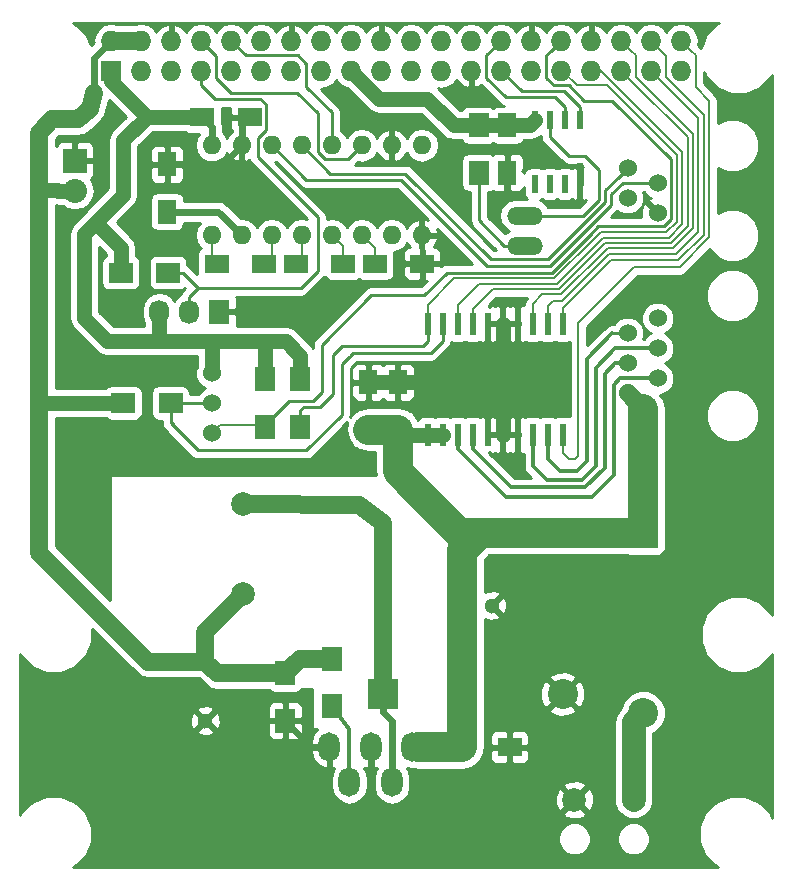
<source format=gtl>
G04 #@! TF.FileFunction,Copper,L1,Top,Signal*
%FSLAX46Y46*%
G04 Gerber Fmt 4.6, Leading zero omitted, Abs format (unit mm)*
G04 Created by KiCad (PCBNEW 4.0.2+dfsg1-2~bpo8+1-stable) date Mon 31 Oct 2016 00:56:32 GMT*
%MOMM*%
G01*
G04 APERTURE LIST*
%ADD10C,0.100000*%
%ADD11C,1.524000*%
%ADD12O,1.600000X1.600000*%
%ADD13R,1.600000X2.000000*%
%ADD14R,0.600000X1.950000*%
%ADD15R,1.300000X1.300000*%
%ADD16C,1.300000*%
%ADD17O,1.800860X2.499360*%
%ADD18R,2.000000X1.600000*%
%ADD19C,2.540000*%
%ADD20R,2.540000X2.540000*%
%ADD21O,3.014980X1.506220*%
%ADD22C,1.998980*%
%ADD23R,2.032000X2.032000*%
%ADD24O,2.032000X2.032000*%
%ADD25R,1.727200X2.032000*%
%ADD26O,1.727200X2.032000*%
%ADD27R,2.000000X1.700000*%
%ADD28R,1.700000X2.000000*%
%ADD29R,0.600000X1.550000*%
%ADD30R,1.727200X1.727200*%
%ADD31O,1.727200X1.727200*%
%ADD32C,2.000000*%
%ADD33C,0.762000*%
%ADD34C,1.270000*%
%ADD35C,0.609600*%
%ADD36C,0.203200*%
%ADD37C,0.304800*%
%ADD38C,2.540000*%
%ADD39C,1.540000*%
%ADD40C,1.274000*%
%ADD41C,0.762000*%
%ADD42C,1.524000*%
%ADD43C,0.254000*%
%ADD44C,2.032000*%
G04 APERTURE END LIST*
D10*
D11*
X172740000Y-69370000D03*
X172740000Y-71910000D03*
X170200000Y-70640000D03*
X170200000Y-68100000D03*
D12*
X135000000Y-73800000D03*
X137540000Y-73800000D03*
X140080000Y-73800000D03*
X142620000Y-73800000D03*
X145160000Y-73800000D03*
X147700000Y-73800000D03*
X150240000Y-73800000D03*
X152780000Y-73800000D03*
X152780000Y-66180000D03*
X150240000Y-66180000D03*
X147700000Y-66180000D03*
X145160000Y-66180000D03*
X142620000Y-66180000D03*
X140080000Y-66180000D03*
X137540000Y-66180000D03*
X135000000Y-66180000D03*
D13*
X150750000Y-90250000D03*
X150750000Y-86250000D03*
D14*
X153285000Y-90700000D03*
X154555000Y-90700000D03*
X155825000Y-90700000D03*
X157095000Y-90700000D03*
X158365000Y-90700000D03*
X159635000Y-90700000D03*
X160905000Y-90700000D03*
X162175000Y-90700000D03*
X163445000Y-90700000D03*
X164715000Y-90700000D03*
X164715000Y-81300000D03*
X163445000Y-81300000D03*
X162175000Y-81300000D03*
X160905000Y-81300000D03*
X159635000Y-81300000D03*
X158365000Y-81300000D03*
X157095000Y-81300000D03*
X155825000Y-81300000D03*
X154555000Y-81300000D03*
X153285000Y-81300000D03*
D13*
X160000000Y-68500000D03*
X160000000Y-64500000D03*
D15*
X134450000Y-109900000D03*
D16*
X134450000Y-114900000D03*
X158700000Y-105150000D03*
D15*
X156200000Y-105150000D03*
D17*
X148450000Y-117100160D03*
X151950120Y-117100160D03*
X144949880Y-117100160D03*
X146649140Y-120099900D03*
X150250860Y-120099900D03*
D18*
X135400000Y-76200000D03*
X139400000Y-76200000D03*
X142100000Y-76200000D03*
X146100000Y-76200000D03*
X138200000Y-63800000D03*
X134200000Y-63800000D03*
D13*
X131200000Y-67800000D03*
X131200000Y-71800000D03*
D18*
X152800000Y-76200000D03*
X148800000Y-76200000D03*
D13*
X148250000Y-90250000D03*
X148250000Y-86250000D03*
D19*
X171502960Y-114241220D03*
D20*
X171502960Y-99001220D03*
D19*
X164691220Y-112647040D03*
D20*
X149451220Y-112647040D03*
D21*
X161500000Y-74670000D03*
X161500000Y-72130000D03*
D22*
X137655000Y-96555000D03*
X137655000Y-104175000D03*
D23*
X123400000Y-67500000D03*
D24*
X123400000Y-70040000D03*
D25*
X135636000Y-80264000D03*
D26*
X133096000Y-80264000D03*
X130556000Y-80264000D03*
D11*
X135000000Y-88040000D03*
X135000000Y-90580000D03*
X135000000Y-85500000D03*
D27*
X127286000Y-76962000D03*
X131286000Y-76962000D03*
D28*
X157600000Y-64500000D03*
X157600000Y-68500000D03*
X139500000Y-86000000D03*
X139500000Y-90000000D03*
X142500000Y-90000000D03*
X142500000Y-86000000D03*
D27*
X127500000Y-88000000D03*
X131500000Y-88000000D03*
D28*
X145200000Y-113650000D03*
X145200000Y-109650000D03*
X141200000Y-110900000D03*
X141200000Y-114900000D03*
D29*
X162345000Y-69450000D03*
X163615000Y-69450000D03*
X164885000Y-69450000D03*
X166155000Y-69450000D03*
X166155000Y-64050000D03*
X164885000Y-64050000D03*
X163615000Y-64050000D03*
X162345000Y-64050000D03*
D30*
X126470000Y-59870000D03*
D31*
X126470000Y-57330000D03*
X129010000Y-59870000D03*
X129010000Y-57330000D03*
X131550000Y-59870000D03*
X131550000Y-57330000D03*
X134090000Y-59870000D03*
X134090000Y-57330000D03*
X136630000Y-59870000D03*
X136630000Y-57330000D03*
X139170000Y-59870000D03*
X139170000Y-57330000D03*
X141710000Y-59870000D03*
X141710000Y-57330000D03*
X144250000Y-59870000D03*
X144250000Y-57330000D03*
X146790000Y-59870000D03*
X146790000Y-57330000D03*
X149330000Y-59870000D03*
X149330000Y-57330000D03*
X151870000Y-59870000D03*
X151870000Y-57330000D03*
X154410000Y-59870000D03*
X154410000Y-57330000D03*
X156950000Y-59870000D03*
X156950000Y-57330000D03*
X159490000Y-59870000D03*
X159490000Y-57330000D03*
X162030000Y-59870000D03*
X162030000Y-57330000D03*
X164570000Y-59870000D03*
X164570000Y-57330000D03*
X167110000Y-59870000D03*
X167110000Y-57330000D03*
X169650000Y-59870000D03*
X169650000Y-57330000D03*
X172190000Y-59870000D03*
X172190000Y-57330000D03*
X174730000Y-59870000D03*
X174730000Y-57330000D03*
D18*
X156200000Y-117150000D03*
X160200000Y-117150000D03*
D11*
X170200000Y-84640000D03*
X170200000Y-82100000D03*
X170200000Y-87180000D03*
X172740000Y-80830000D03*
X172740000Y-83370000D03*
X172740000Y-85910000D03*
D32*
X165700000Y-121600000D03*
X170700000Y-121600000D03*
D33*
X156175000Y-83675000D03*
X155175000Y-88455000D03*
X164400000Y-88225000D03*
X164500000Y-83625000D03*
X159635000Y-83545000D03*
X159635000Y-88455000D03*
X154350000Y-86250000D03*
X160000000Y-70250000D03*
X166155000Y-68055000D03*
X120450000Y-65025000D03*
X124650000Y-63100000D03*
X123700000Y-64000000D03*
X121500000Y-64000000D03*
X125047599Y-61749601D03*
D34*
X154350000Y-86250000D02*
X154350000Y-85500000D01*
X154350000Y-85500000D02*
X156175000Y-83675000D01*
X159635000Y-88455000D02*
X155175000Y-88455000D01*
X155175000Y-88455000D02*
X154480000Y-88455000D01*
X164500000Y-83625000D02*
X164500000Y-88125000D01*
X164500000Y-88125000D02*
X164400000Y-88225000D01*
X159635000Y-81300000D02*
X159635000Y-83545000D01*
X159635000Y-83545000D02*
X159650000Y-83560000D01*
X159635000Y-90700000D02*
X159635000Y-88455000D01*
X159635000Y-88455000D02*
X159640000Y-88450000D01*
X150750000Y-86250000D02*
X154350000Y-86250000D01*
X148250000Y-86250000D02*
X150750000Y-86250000D01*
D35*
X160000000Y-68500000D02*
X160000000Y-70250000D01*
X166155000Y-69450000D02*
X166155000Y-68055000D01*
X131200000Y-67800000D02*
X135920000Y-67800000D01*
X135920000Y-67800000D02*
X137540000Y-66180000D01*
X137540000Y-66180000D02*
X137540000Y-64460000D01*
X137540000Y-64460000D02*
X138200000Y-63800000D01*
D36*
X152780000Y-73800000D02*
X152780000Y-76180000D01*
X152780000Y-76180000D02*
X152800000Y-76200000D01*
D35*
X144949880Y-117100160D02*
X143400160Y-117100160D01*
X143400160Y-117100160D02*
X141200000Y-114900000D01*
D37*
X141950000Y-115650000D02*
X141200000Y-114900000D01*
X143400160Y-117100160D02*
X141950000Y-115650000D01*
D35*
X148450000Y-117100160D02*
X148450000Y-123150000D01*
D34*
X128475000Y-82750000D02*
X130300000Y-82750000D01*
X130300000Y-82750000D02*
X132950000Y-82750000D01*
X130556000Y-82550000D02*
X130356000Y-82750000D01*
X130556000Y-80264000D02*
X130556000Y-82550000D01*
X130356000Y-82750000D02*
X130300000Y-82750000D01*
X132950000Y-82750000D02*
X135100000Y-82750000D01*
X135100000Y-82750000D02*
X137250000Y-82750000D01*
X135000000Y-85500000D02*
X135000000Y-82850000D01*
X135000000Y-82850000D02*
X135100000Y-82750000D01*
X137250000Y-82750000D02*
X139500000Y-82750000D01*
X139500000Y-82750000D02*
X141250000Y-82750000D01*
X139500000Y-86000000D02*
X139500000Y-83730000D01*
X139500000Y-83730000D02*
X139500000Y-82750000D01*
X124968000Y-72898000D02*
X124206000Y-73660000D01*
X124206000Y-73660000D02*
X124206000Y-80806000D01*
X126150000Y-82750000D02*
X128475000Y-82750000D01*
X124206000Y-80806000D02*
X126150000Y-82750000D01*
X146790000Y-59870000D02*
X149150000Y-62230000D01*
X149150000Y-62230000D02*
X153210000Y-62230000D01*
X157600000Y-64500000D02*
X155480000Y-64500000D01*
X155480000Y-64500000D02*
X153210000Y-62230000D01*
X130556000Y-80264000D02*
X130556000Y-80416400D01*
X129496000Y-63754000D02*
X127508000Y-65742000D01*
X127508000Y-65742000D02*
X127508000Y-70358000D01*
X127508000Y-70358000D02*
X124968000Y-72898000D01*
X127286000Y-76962000D02*
X127286000Y-74842000D01*
X127286000Y-74842000D02*
X125342000Y-72898000D01*
X125342000Y-72898000D02*
X124968000Y-72898000D01*
X160000000Y-64500000D02*
X161895000Y-64500000D01*
X161895000Y-64500000D02*
X162345000Y-64050000D01*
X157600000Y-64500000D02*
X160000000Y-64500000D01*
X126470000Y-59870000D02*
X126470000Y-60728000D01*
X126470000Y-60728000D02*
X129496000Y-63754000D01*
X134200000Y-63800000D02*
X132634000Y-63800000D01*
X132634000Y-63800000D02*
X132588000Y-63754000D01*
X132588000Y-63754000D02*
X129496000Y-63754000D01*
D35*
X135000000Y-66180000D02*
X135000000Y-64600000D01*
X135000000Y-64600000D02*
X134200000Y-63800000D01*
D34*
X142500000Y-86000000D02*
X142500000Y-84000000D01*
X142500000Y-84000000D02*
X141250000Y-82750000D01*
D36*
X135000000Y-73800000D02*
X135000000Y-75800000D01*
X135000000Y-75800000D02*
X135400000Y-76200000D01*
X140080000Y-73800000D02*
X140080000Y-75520000D01*
X140080000Y-75520000D02*
X139400000Y-76200000D01*
X142620000Y-73800000D02*
X142620000Y-75680000D01*
X142620000Y-75680000D02*
X142100000Y-76200000D01*
X145160000Y-73800000D02*
X146100000Y-74740000D01*
X146100000Y-74740000D02*
X146100000Y-76200000D01*
D35*
X131200000Y-71800000D02*
X135540000Y-71800000D01*
X135540000Y-71800000D02*
X137540000Y-73800000D01*
D36*
X147700000Y-73800000D02*
X148800000Y-74900000D01*
X148800000Y-74900000D02*
X148800000Y-76200000D01*
X148904317Y-76855601D02*
X148904317Y-76845683D01*
D38*
X171502960Y-99001220D02*
X171502960Y-88482960D01*
D39*
X171502960Y-88482960D02*
X170200000Y-87180000D01*
D40*
X154555000Y-90700000D02*
X153285000Y-90700000D01*
X153285000Y-90700000D02*
X151200000Y-90700000D01*
X151200000Y-90700000D02*
X150750000Y-90250000D01*
D38*
X156200000Y-105150000D02*
X156200000Y-100467000D01*
X156200000Y-100467000D02*
X157665780Y-99001220D01*
X157665780Y-99001220D02*
X171502960Y-99001220D01*
X156200000Y-117150000D02*
X156200000Y-108300000D01*
X156200000Y-108300000D02*
X156200000Y-106431402D01*
X156200000Y-105150000D02*
X156200000Y-108300000D01*
X156144999Y-106376401D02*
X156144999Y-103425000D01*
X156144999Y-103425000D02*
X156144999Y-100522001D01*
X156144999Y-100522001D02*
X157665780Y-99001220D01*
X156200000Y-103480001D02*
X156144999Y-103425000D01*
X156200000Y-105150000D02*
X156200000Y-103480001D01*
X150750000Y-93790000D02*
X151900000Y-94940000D01*
X151900000Y-94940000D02*
X155961220Y-99001220D01*
X155961220Y-99001220D02*
X157665780Y-99001220D01*
D41*
X152052000Y-94940000D02*
X151900000Y-94940000D01*
X151932000Y-93790000D02*
X150750000Y-93790000D01*
D38*
X150750000Y-90250000D02*
X150750000Y-93790000D01*
X148250000Y-90250000D02*
X150750000Y-90250000D01*
X157665780Y-99001220D02*
X171502960Y-99001220D01*
X156200000Y-106431402D02*
X156144999Y-106376401D01*
X156200000Y-117150000D02*
X152510510Y-117150000D01*
X152510510Y-117150000D02*
X152460670Y-117100160D01*
D37*
X171500000Y-98998260D02*
X171502960Y-99001220D01*
X151999960Y-117150000D02*
X151950120Y-117100160D01*
D42*
X120396000Y-71204000D02*
X120396000Y-70000000D01*
X120396000Y-70000000D02*
X120396000Y-65104000D01*
D34*
X121963160Y-70040000D02*
X121923160Y-70000000D01*
X123400000Y-70040000D02*
X121963160Y-70040000D01*
X121923160Y-70000000D02*
X120396000Y-70000000D01*
D42*
X120396000Y-92500000D02*
X120396000Y-88200000D01*
D34*
X120596000Y-88000000D02*
X120396000Y-88200000D01*
D42*
X120396000Y-88200000D02*
X120396000Y-71204000D01*
D34*
X127500000Y-88000000D02*
X120596000Y-88000000D01*
D35*
X125047599Y-61749601D02*
X125047599Y-58752401D01*
X125047599Y-58752401D02*
X126470000Y-57330000D01*
D42*
X120450000Y-65025000D02*
X120475000Y-65025000D01*
X120475000Y-65025000D02*
X121500000Y-64000000D01*
D34*
X120462500Y-65037500D02*
X120396000Y-65104000D01*
X120450000Y-65025000D02*
X120462500Y-65037500D01*
D42*
X123700000Y-64000000D02*
X124650000Y-63100000D01*
X121500000Y-64000000D02*
X123700000Y-64000000D01*
X124650000Y-63100000D02*
X125047599Y-61749601D01*
X120396000Y-100690238D02*
X120396000Y-92500000D01*
D34*
X127500000Y-88000000D02*
X125230000Y-88000000D01*
D42*
X129010000Y-57330000D02*
X126470000Y-57330000D01*
D36*
X129010000Y-57330000D02*
X128682000Y-57658000D01*
X128682000Y-57658000D02*
X128651000Y-57658000D01*
D42*
X129605762Y-109900000D02*
X120396000Y-100690238D01*
X134450000Y-109900000D02*
X134450000Y-107380000D01*
X134450000Y-107380000D02*
X137655000Y-104175000D01*
X141200000Y-110900000D02*
X135450000Y-110900000D01*
X135450000Y-110900000D02*
X134450000Y-109900000D01*
X145200000Y-109650000D02*
X142450000Y-109650000D01*
X142450000Y-109650000D02*
X141200000Y-110900000D01*
X134450000Y-109900000D02*
X129605762Y-109900000D01*
D43*
X129010000Y-57330000D02*
X129010000Y-57790000D01*
D36*
X126470000Y-57330000D02*
X126170000Y-57330000D01*
X129010000Y-57330000D02*
X128920000Y-57330000D01*
D44*
X170700000Y-115044180D02*
X171502960Y-114241220D01*
X170700000Y-121600000D02*
X170700000Y-115044180D01*
D42*
X149451220Y-112647040D02*
X149450000Y-98150000D01*
X149450000Y-98150000D02*
X147450229Y-96598677D01*
X147450229Y-96598677D02*
X137655000Y-96555000D01*
D35*
X150250860Y-120099900D02*
X150250860Y-114950860D01*
X150250860Y-114950860D02*
X149451220Y-114151220D01*
X149451220Y-114151220D02*
X149451220Y-112647040D01*
D37*
X150200000Y-120150000D02*
X150250860Y-120099900D01*
X149151640Y-112349900D02*
X149452960Y-112651220D01*
D43*
X134090000Y-57330000D02*
X135385399Y-58625399D01*
X146518999Y-67361001D02*
X147700000Y-66180000D01*
X135385399Y-58625399D02*
X135385399Y-60467409D01*
X135385399Y-60467409D02*
X136639990Y-61722000D01*
X136639990Y-61722000D02*
X142240000Y-61722000D01*
X142240000Y-61722000D02*
X143978999Y-63460999D01*
X143978999Y-63460999D02*
X143978999Y-66746881D01*
X143978999Y-66746881D02*
X144593119Y-67361001D01*
X144593119Y-67361001D02*
X146518999Y-67361001D01*
X145160000Y-66180000D02*
X145160000Y-63372000D01*
X143005399Y-59272591D02*
X142307409Y-58574601D01*
X142307409Y-58574601D02*
X137874601Y-58574601D01*
X137874601Y-58574601D02*
X136630000Y-57330000D01*
X145160000Y-63372000D02*
X143005399Y-61217399D01*
X143005399Y-61217399D02*
X143005399Y-59272591D01*
D36*
X164715000Y-90700000D02*
X164715000Y-92215000D01*
X164715000Y-92215000D02*
X165225000Y-92725000D01*
X166025000Y-92475000D02*
X166025000Y-81225000D01*
X165225000Y-92725000D02*
X165775000Y-92725000D01*
X165775000Y-92725000D02*
X166025000Y-92475000D01*
X166025000Y-81225000D02*
X170750000Y-76500000D01*
X175949201Y-61249201D02*
X175949201Y-58549201D01*
X170750000Y-76500000D02*
X174600000Y-76500000D01*
X174600000Y-76500000D02*
X177119399Y-73980601D01*
X177119399Y-73980601D02*
X177119399Y-72859311D01*
X177119399Y-72859311D02*
X177108878Y-72848790D01*
X175949201Y-58549201D02*
X175593599Y-58193599D01*
X175593599Y-58193599D02*
X174730000Y-57330000D01*
X177108878Y-72848790D02*
X177108878Y-62408878D01*
X177108878Y-62408878D02*
X175949201Y-61249201D01*
X175260000Y-57860000D02*
X174730000Y-57330000D01*
X174300000Y-75400000D02*
X176194456Y-73505544D01*
X176194456Y-73505544D02*
X176194456Y-63874456D01*
X164614081Y-79403407D02*
X164732040Y-79285448D01*
X163846593Y-79403407D02*
X164614081Y-79403407D01*
X168653407Y-75400000D02*
X174300000Y-75400000D01*
X163445000Y-79805000D02*
X163846593Y-79403407D01*
X163445000Y-81300000D02*
X163445000Y-79805000D01*
X164732040Y-79285448D02*
X168653407Y-75400000D01*
X176194456Y-63874456D02*
X173053599Y-60733599D01*
X173053599Y-60733599D02*
X172190000Y-59870000D01*
X163445000Y-81300000D02*
X163445000Y-80625000D01*
X162175000Y-81300000D02*
X162175000Y-79625000D01*
X162175000Y-79625000D02*
X162989422Y-78810578D01*
X174056691Y-74907245D02*
X175737245Y-73226691D01*
X162989422Y-78810578D02*
X164561709Y-78810578D01*
X164561709Y-78810578D02*
X168330869Y-75075945D01*
X168330869Y-75075945D02*
X168499570Y-74907245D01*
X168499570Y-74907245D02*
X174056691Y-74907245D01*
X175737245Y-65221663D02*
X170900000Y-60384418D01*
X175737245Y-73226691D02*
X175737245Y-65221663D01*
X170900000Y-60384418D02*
X170900000Y-58580000D01*
X170900000Y-58580000D02*
X170513599Y-58193599D01*
X170513599Y-58193599D02*
X169650000Y-57330000D01*
X157095000Y-81300000D02*
X157095000Y-80030000D01*
X168008321Y-74751900D02*
X168310188Y-74450034D01*
X175280034Y-65500034D02*
X170513599Y-60733599D01*
X157095000Y-80030000D02*
X158771633Y-78353367D01*
X158771633Y-78353367D02*
X164373556Y-78353367D01*
X164373556Y-78353367D02*
X168008321Y-74751900D01*
X168310188Y-74450034D02*
X173867309Y-74450034D01*
X170513599Y-60733599D02*
X169650000Y-59870000D01*
X173867309Y-74450034D02*
X175280034Y-73037309D01*
X175280034Y-73037309D02*
X175280034Y-65500034D01*
D43*
X168952010Y-59870000D02*
X169650000Y-59870000D01*
D36*
X155825000Y-81300000D02*
X155825000Y-79725000D01*
X155825000Y-79725000D02*
X157653844Y-77896156D01*
X157653844Y-77896156D02*
X164185404Y-77896156D01*
X164185404Y-77896156D02*
X167685704Y-74427924D01*
X167685704Y-74427924D02*
X168120806Y-73992823D01*
X168120806Y-73992823D02*
X173677927Y-73992823D01*
X173677927Y-73992823D02*
X174822823Y-72847927D01*
X174822823Y-72847927D02*
X174822823Y-66779638D01*
X174822823Y-66779638D02*
X167913185Y-59870000D01*
X167913185Y-59870000D02*
X167110000Y-59870000D01*
D43*
X166155000Y-64050000D02*
X166155000Y-62955000D01*
X166155000Y-62955000D02*
X164822611Y-61622611D01*
X164822611Y-61622611D02*
X161242611Y-61622611D01*
X161242611Y-61622611D02*
X159490000Y-59870000D01*
X164885000Y-64050000D02*
X164885000Y-62935000D01*
X164885000Y-62935000D02*
X164080621Y-62130621D01*
X164080621Y-62130621D02*
X159908611Y-62130621D01*
X159908611Y-62130621D02*
X158245399Y-60467409D01*
X158245399Y-60467409D02*
X158245399Y-58574601D01*
X158245399Y-58574601D02*
X159490000Y-57330000D01*
X131286000Y-76962000D02*
X132540000Y-76962000D01*
X132540000Y-76962000D02*
X133810000Y-78232000D01*
X133810000Y-78232000D02*
X133858000Y-78232000D01*
X131436000Y-76962000D02*
X131286000Y-76962000D01*
X133096000Y-80264000D02*
X133096000Y-78994000D01*
X133096000Y-78994000D02*
X133858000Y-78232000D01*
X142553802Y-78232000D02*
X143978999Y-76806803D01*
X139581001Y-64904801D02*
X139581001Y-62695199D01*
X133858000Y-78232000D02*
X142553802Y-78232000D01*
X143978999Y-72297433D02*
X138898999Y-67217433D01*
X143978999Y-76806803D02*
X143978999Y-72297433D01*
X138898999Y-65586803D02*
X139581001Y-64904801D01*
X138898999Y-67217433D02*
X138898999Y-65586803D01*
X139581001Y-62695199D02*
X139115812Y-62230010D01*
X139115812Y-62230010D02*
X135228696Y-62230010D01*
X135228696Y-62230010D02*
X134090000Y-61091314D01*
X134090000Y-61091314D02*
X134090000Y-59870000D01*
X134090000Y-59870000D02*
X133392010Y-59870000D01*
D36*
X172190000Y-57330000D02*
X173450000Y-58590000D01*
X164700000Y-80000000D02*
X164700000Y-81300000D01*
X164700000Y-81300000D02*
X164715000Y-81300000D01*
X173450000Y-58590000D02*
X173450000Y-60394418D01*
X173450000Y-60394418D02*
X176651667Y-63596085D01*
X176651667Y-63596085D02*
X176651667Y-73748333D01*
X176651667Y-73748333D02*
X174500000Y-75900000D01*
X174500000Y-75900000D02*
X168800000Y-75900000D01*
X168800000Y-75900000D02*
X164700000Y-80000000D01*
D43*
X171492010Y-57330000D02*
X172190000Y-57330000D01*
X141508010Y-87841990D02*
X143558010Y-87841990D01*
X139500000Y-90000000D02*
X139500000Y-89850000D01*
X154943665Y-76956335D02*
X163798649Y-76956335D01*
X167022637Y-73761884D02*
X167731520Y-73053001D01*
X143558010Y-87841990D02*
X144300000Y-87100000D01*
X144300000Y-87100000D02*
X144300000Y-83100000D01*
X163972591Y-61114601D02*
X163325399Y-60467409D01*
X144300000Y-83100000D02*
X148500000Y-78900000D01*
X139500000Y-89850000D02*
X141508010Y-87841990D01*
X148500000Y-78900000D02*
X153000000Y-78900000D01*
X153000000Y-78900000D02*
X154943665Y-76956335D01*
X166500000Y-62400000D02*
X165214601Y-61114601D01*
X163798649Y-76956335D02*
X167022637Y-73761884D01*
X167731520Y-73053001D02*
X173288641Y-73053001D01*
X173288641Y-73053001D02*
X173883001Y-72458641D01*
X173883001Y-72458641D02*
X173883001Y-67383001D01*
X165214601Y-61114601D02*
X163972591Y-61114601D01*
X173883001Y-67383001D02*
X168900000Y-62400000D01*
X163325399Y-60467409D02*
X163325399Y-58574601D01*
X163325399Y-58574601D02*
X163706401Y-58193599D01*
X163706401Y-58193599D02*
X164570000Y-57330000D01*
X168900000Y-62400000D02*
X166500000Y-62400000D01*
D36*
X139500000Y-90000000D02*
X139500000Y-89900000D01*
X135680000Y-89900000D02*
X135000000Y-90580000D01*
X139500000Y-89900000D02*
X135680000Y-89900000D01*
X153285000Y-81300000D02*
X153285000Y-79665000D01*
X153285000Y-79665000D02*
X155511055Y-77438945D01*
X155511055Y-77438945D02*
X163997253Y-77438945D01*
X163997253Y-77438945D02*
X167363086Y-74103949D01*
X167363086Y-74103949D02*
X167931424Y-73535612D01*
X167931424Y-73535612D02*
X173488545Y-73535612D01*
X173488545Y-73535612D02*
X174365612Y-72658545D01*
X174365612Y-72658545D02*
X174365612Y-67036622D01*
X174365612Y-67036622D02*
X168418191Y-61089201D01*
X168418191Y-61089201D02*
X165871715Y-61089201D01*
X165871715Y-61089201D02*
X164652514Y-59870000D01*
X164652514Y-59870000D02*
X164570000Y-59870000D01*
D43*
X142500000Y-90000000D02*
X142500000Y-88625000D01*
X142500000Y-88625000D02*
X142775000Y-88350000D01*
X142775000Y-88350000D02*
X144150000Y-88350000D01*
X144150000Y-88350000D02*
X145225000Y-87275000D01*
X145225000Y-87275000D02*
X145225000Y-83900000D01*
X145225000Y-83900000D02*
X145975000Y-83150000D01*
X145975000Y-83150000D02*
X152875000Y-83150000D01*
X152875000Y-83150000D02*
X153285000Y-82740000D01*
X153285000Y-82740000D02*
X153285000Y-81300000D01*
X161500000Y-74670000D02*
X159738510Y-74670000D01*
X159738510Y-74670000D02*
X157600000Y-72531490D01*
X157600000Y-72531490D02*
X157600000Y-68500000D01*
X161500000Y-72130000D02*
X166420000Y-72130000D01*
X166420000Y-72130000D02*
X167750000Y-70800000D01*
X167750000Y-70800000D02*
X167750000Y-68250000D01*
X166600000Y-67100000D02*
X165250000Y-67100000D01*
X167750000Y-68250000D02*
X166600000Y-67100000D01*
X165250000Y-67100000D02*
X163600000Y-65450000D01*
X163600000Y-65450000D02*
X163600000Y-64050000D01*
X163600000Y-64050000D02*
X163615000Y-64050000D01*
X169438001Y-68861999D02*
X170200000Y-68100000D01*
X168291989Y-70008011D02*
X169438001Y-68861999D01*
X142620000Y-66180000D02*
X145031989Y-68591989D01*
X163477444Y-75804120D02*
X168291989Y-70989575D01*
X145031989Y-68591989D02*
X151391990Y-68591990D01*
X151391990Y-68591990D02*
X158604120Y-75804120D01*
X158604120Y-75804120D02*
X163477444Y-75804120D01*
X168291989Y-70989575D02*
X168291989Y-70008011D01*
X169778358Y-69370000D02*
X168800000Y-70348358D01*
X172740000Y-69370000D02*
X169778358Y-69370000D01*
X151000000Y-69100000D02*
X143000000Y-69100000D01*
X168800000Y-70348358D02*
X168800000Y-71200000D01*
X158300000Y-76400000D02*
X151000000Y-69100000D01*
X168800000Y-71200000D02*
X163600000Y-76400000D01*
X163600000Y-76400000D02*
X158300000Y-76400000D01*
X143000000Y-69100000D02*
X140080000Y-66180000D01*
D37*
X162175000Y-90700000D02*
X162175000Y-93375000D01*
X162175000Y-93375000D02*
X163350000Y-94550000D01*
X163350000Y-94550000D02*
X166300000Y-94550000D01*
X166300000Y-94550000D02*
X167500000Y-93350000D01*
X167500000Y-93350000D02*
X167500000Y-85000000D01*
X167500000Y-85000000D02*
X169130000Y-83370000D01*
X169130000Y-83370000D02*
X171662370Y-83370000D01*
X171662370Y-83370000D02*
X172740000Y-83370000D01*
X159896000Y-96000000D02*
X167150000Y-96000000D01*
X155825000Y-90700000D02*
X155825000Y-91929000D01*
X169031599Y-94118401D02*
X169031599Y-87675293D01*
X155825000Y-91929000D02*
X159896000Y-96000000D01*
X167150000Y-96000000D02*
X169031599Y-94118401D01*
X169590000Y-85910000D02*
X171662370Y-85910000D01*
X169031599Y-87675293D02*
X169023592Y-87667286D01*
X169023592Y-87667286D02*
X169023592Y-86476408D01*
X169023592Y-86476408D02*
X169590000Y-85910000D01*
X171662370Y-85910000D02*
X172740000Y-85910000D01*
X170200000Y-84640000D02*
X169122370Y-84640000D01*
X169122370Y-84640000D02*
X168250000Y-85512370D01*
X160316000Y-95150000D02*
X157095000Y-91929000D01*
X168250000Y-85512370D02*
X168250000Y-93500000D01*
X168250000Y-93500000D02*
X166600000Y-95150000D01*
X166600000Y-95150000D02*
X160316000Y-95150000D01*
X157095000Y-91929000D02*
X157095000Y-90700000D01*
X163445000Y-90700000D02*
X163445000Y-92745000D01*
X163445000Y-92745000D02*
X164450000Y-93750000D01*
X164450000Y-93750000D02*
X165950000Y-93750000D01*
X165950000Y-93750000D02*
X166750000Y-92950000D01*
X166750000Y-92950000D02*
X166750000Y-84250000D01*
X166750000Y-84250000D02*
X168900000Y-82100000D01*
D43*
X168900000Y-82100000D02*
X170200000Y-82100000D01*
X146689381Y-84082610D02*
X146689381Y-84035619D01*
X146689381Y-84035619D02*
X146975000Y-83750000D01*
X146975000Y-83750000D02*
X153525000Y-83750000D01*
X153525000Y-83750000D02*
X154555000Y-82720000D01*
X154555000Y-82720000D02*
X154555000Y-81300000D01*
X136500000Y-92000000D02*
X142990082Y-92000000D01*
X142990082Y-92000000D02*
X146000000Y-88990082D01*
X146000000Y-88990082D02*
X146000000Y-84700000D01*
X146000000Y-84700000D02*
X146617390Y-84082610D01*
X146617390Y-84082610D02*
X146689381Y-84082610D01*
X154555000Y-81975000D02*
X154555000Y-81300000D01*
X134000000Y-92000000D02*
X136500000Y-92000000D01*
X133800000Y-92000000D02*
X136500000Y-92000000D01*
X131500000Y-89650000D02*
X131500000Y-89700000D01*
X131500000Y-89700000D02*
X133800000Y-92000000D01*
X131500000Y-88000000D02*
X131500000Y-89650000D01*
D36*
X131500000Y-89650000D02*
X133850000Y-92000000D01*
X133850000Y-92000000D02*
X134000000Y-92000000D01*
X131500000Y-88000000D02*
X131500000Y-89650000D01*
X133800000Y-92000000D02*
X134000000Y-92000000D01*
D43*
X133350000Y-91525000D02*
X133350000Y-91500000D01*
X133350000Y-91500000D02*
X131500000Y-89650000D01*
D36*
X133350000Y-91525000D02*
X133350000Y-91550000D01*
X133350000Y-91550000D02*
X133800000Y-92000000D01*
D43*
X131500000Y-88000000D02*
X134960000Y-88000000D01*
X134960000Y-88000000D02*
X135000000Y-88040000D01*
D37*
X146649140Y-120099900D02*
X146649140Y-115599140D01*
X146649140Y-115599140D02*
X145200000Y-113650000D01*
D43*
G36*
X167673000Y-127315000D02*
X127327000Y-127315000D01*
X127327000Y-125174285D01*
X164314760Y-125174285D01*
X164525169Y-125683515D01*
X164914436Y-126073461D01*
X165423298Y-126284759D01*
X165974285Y-126285240D01*
X166483515Y-126074831D01*
X166873461Y-125685564D01*
X167084759Y-125176702D01*
X167085240Y-124625715D01*
X166874831Y-124116485D01*
X166485564Y-123726539D01*
X165976702Y-123515241D01*
X165425715Y-123514760D01*
X164916485Y-123725169D01*
X164526539Y-124114436D01*
X164315241Y-124623298D01*
X164314760Y-125174285D01*
X127327000Y-125174285D01*
X127327000Y-122752532D01*
X164727073Y-122752532D01*
X164825736Y-123019387D01*
X165435461Y-123245908D01*
X166085460Y-123221856D01*
X166574264Y-123019387D01*
X166672927Y-122752532D01*
X165700000Y-121779605D01*
X164727073Y-122752532D01*
X127327000Y-122752532D01*
X127327000Y-115799016D01*
X133730590Y-115799016D01*
X133786271Y-116029611D01*
X134269078Y-116197622D01*
X134779428Y-116168083D01*
X135113729Y-116029611D01*
X135169410Y-115799016D01*
X134450000Y-115079605D01*
X133730590Y-115799016D01*
X127327000Y-115799016D01*
X127327000Y-114719078D01*
X133152378Y-114719078D01*
X133181917Y-115229428D01*
X133320389Y-115563729D01*
X133550984Y-115619410D01*
X134270395Y-114900000D01*
X134629605Y-114900000D01*
X135349016Y-115619410D01*
X135579611Y-115563729D01*
X135711143Y-115185750D01*
X139715000Y-115185750D01*
X139715000Y-116026309D01*
X139811673Y-116259698D01*
X139990301Y-116438327D01*
X140223690Y-116535000D01*
X140914250Y-116535000D01*
X141073000Y-116376250D01*
X141073000Y-115027000D01*
X141327000Y-115027000D01*
X141327000Y-116376250D01*
X141485750Y-116535000D01*
X142176310Y-116535000D01*
X142409699Y-116438327D01*
X142588327Y-116259698D01*
X142685000Y-116026309D01*
X142685000Y-115185750D01*
X142526250Y-115027000D01*
X141327000Y-115027000D01*
X141073000Y-115027000D01*
X139873750Y-115027000D01*
X139715000Y-115185750D01*
X135711143Y-115185750D01*
X135747622Y-115080922D01*
X135718083Y-114570572D01*
X135579611Y-114236271D01*
X135349016Y-114180590D01*
X134629605Y-114900000D01*
X134270395Y-114900000D01*
X133550984Y-114180590D01*
X133320389Y-114236271D01*
X133152378Y-114719078D01*
X127327000Y-114719078D01*
X127327000Y-113827000D01*
X133772601Y-113827000D01*
X133730590Y-114000984D01*
X134450000Y-114720395D01*
X135169410Y-114000984D01*
X135127399Y-113827000D01*
X139715000Y-113827000D01*
X139715000Y-114614250D01*
X139873750Y-114773000D01*
X141073000Y-114773000D01*
X141073000Y-114753000D01*
X141327000Y-114753000D01*
X141327000Y-114773000D01*
X142526250Y-114773000D01*
X142685000Y-114614250D01*
X142685000Y-113827000D01*
X142973000Y-113827000D01*
X142973000Y-122300000D01*
X142983006Y-122349410D01*
X143011447Y-122391035D01*
X143053841Y-122418315D01*
X143100000Y-122427000D01*
X158200000Y-122427000D01*
X158249410Y-122416994D01*
X158291035Y-122388553D01*
X158318315Y-122346159D01*
X158327000Y-122300000D01*
X158327000Y-121335461D01*
X164054092Y-121335461D01*
X164078144Y-121985460D01*
X164280613Y-122474264D01*
X164547468Y-122572927D01*
X165520395Y-121600000D01*
X165879605Y-121600000D01*
X166852532Y-122572927D01*
X167119387Y-122474264D01*
X167345908Y-121864539D01*
X167321856Y-121214540D01*
X167119387Y-120725736D01*
X166852532Y-120627073D01*
X165879605Y-121600000D01*
X165520395Y-121600000D01*
X164547468Y-120627073D01*
X164280613Y-120725736D01*
X164054092Y-121335461D01*
X158327000Y-121335461D01*
X158327000Y-120447468D01*
X164727073Y-120447468D01*
X165700000Y-121420395D01*
X166672927Y-120447468D01*
X166574264Y-120180613D01*
X165964539Y-119954092D01*
X165314540Y-119978144D01*
X164825736Y-120180613D01*
X164727073Y-120447468D01*
X158327000Y-120447468D01*
X158327000Y-117435750D01*
X158565000Y-117435750D01*
X158565000Y-118076310D01*
X158661673Y-118309699D01*
X158840302Y-118488327D01*
X159073691Y-118585000D01*
X159914250Y-118585000D01*
X160073000Y-118426250D01*
X160073000Y-117277000D01*
X160327000Y-117277000D01*
X160327000Y-118426250D01*
X160485750Y-118585000D01*
X161326309Y-118585000D01*
X161559698Y-118488327D01*
X161738327Y-118309699D01*
X161835000Y-118076310D01*
X161835000Y-117435750D01*
X161676250Y-117277000D01*
X160327000Y-117277000D01*
X160073000Y-117277000D01*
X158723750Y-117277000D01*
X158565000Y-117435750D01*
X158327000Y-117435750D01*
X158327000Y-116223690D01*
X158565000Y-116223690D01*
X158565000Y-116864250D01*
X158723750Y-117023000D01*
X160073000Y-117023000D01*
X160073000Y-115873750D01*
X160327000Y-115873750D01*
X160327000Y-117023000D01*
X161676250Y-117023000D01*
X161835000Y-116864250D01*
X161835000Y-116223690D01*
X161738327Y-115990301D01*
X161559698Y-115811673D01*
X161326309Y-115715000D01*
X160485750Y-115715000D01*
X160327000Y-115873750D01*
X160073000Y-115873750D01*
X159914250Y-115715000D01*
X159073691Y-115715000D01*
X158840302Y-115811673D01*
X158661673Y-115990301D01*
X158565000Y-116223690D01*
X158327000Y-116223690D01*
X158327000Y-113994817D01*
X163523048Y-113994817D01*
X163654740Y-114289697D01*
X164362256Y-114561301D01*
X165119852Y-114541476D01*
X165727700Y-114289697D01*
X165859392Y-113994817D01*
X164691220Y-112826645D01*
X163523048Y-113994817D01*
X158327000Y-113994817D01*
X158327000Y-112318076D01*
X162776959Y-112318076D01*
X162796784Y-113075672D01*
X163048563Y-113683520D01*
X163343443Y-113815212D01*
X164511615Y-112647040D01*
X164870825Y-112647040D01*
X166038997Y-113815212D01*
X166333877Y-113683520D01*
X166605481Y-112976004D01*
X166585656Y-112218408D01*
X166333877Y-111610560D01*
X166038997Y-111478868D01*
X164870825Y-112647040D01*
X164511615Y-112647040D01*
X163343443Y-111478868D01*
X163048563Y-111610560D01*
X162776959Y-112318076D01*
X158327000Y-112318076D01*
X158327000Y-111299263D01*
X163523048Y-111299263D01*
X164691220Y-112467435D01*
X165859392Y-111299263D01*
X165727700Y-111004383D01*
X165020184Y-110732779D01*
X164262588Y-110752604D01*
X163654740Y-111004383D01*
X163523048Y-111299263D01*
X158327000Y-111299263D01*
X158327000Y-106380781D01*
X158519078Y-106447622D01*
X159029428Y-106418083D01*
X159363729Y-106279611D01*
X159419410Y-106049016D01*
X158700000Y-105329605D01*
X158685858Y-105343748D01*
X158506253Y-105164143D01*
X158520395Y-105150000D01*
X158879605Y-105150000D01*
X159599016Y-105869410D01*
X159829611Y-105813729D01*
X159997622Y-105330922D01*
X159968083Y-104820572D01*
X159829611Y-104486271D01*
X159599016Y-104430590D01*
X158879605Y-105150000D01*
X158520395Y-105150000D01*
X158506253Y-105135858D01*
X158685858Y-104956252D01*
X158700000Y-104970395D01*
X159419410Y-104250984D01*
X159363729Y-104020389D01*
X158880922Y-103852378D01*
X158370572Y-103881917D01*
X158327000Y-103899965D01*
X158327000Y-101527000D01*
X167673000Y-101527000D01*
X167673000Y-127315000D01*
X167673000Y-127315000D01*
G37*
X167673000Y-127315000D02*
X127327000Y-127315000D01*
X127327000Y-125174285D01*
X164314760Y-125174285D01*
X164525169Y-125683515D01*
X164914436Y-126073461D01*
X165423298Y-126284759D01*
X165974285Y-126285240D01*
X166483515Y-126074831D01*
X166873461Y-125685564D01*
X167084759Y-125176702D01*
X167085240Y-124625715D01*
X166874831Y-124116485D01*
X166485564Y-123726539D01*
X165976702Y-123515241D01*
X165425715Y-123514760D01*
X164916485Y-123725169D01*
X164526539Y-124114436D01*
X164315241Y-124623298D01*
X164314760Y-125174285D01*
X127327000Y-125174285D01*
X127327000Y-122752532D01*
X164727073Y-122752532D01*
X164825736Y-123019387D01*
X165435461Y-123245908D01*
X166085460Y-123221856D01*
X166574264Y-123019387D01*
X166672927Y-122752532D01*
X165700000Y-121779605D01*
X164727073Y-122752532D01*
X127327000Y-122752532D01*
X127327000Y-115799016D01*
X133730590Y-115799016D01*
X133786271Y-116029611D01*
X134269078Y-116197622D01*
X134779428Y-116168083D01*
X135113729Y-116029611D01*
X135169410Y-115799016D01*
X134450000Y-115079605D01*
X133730590Y-115799016D01*
X127327000Y-115799016D01*
X127327000Y-114719078D01*
X133152378Y-114719078D01*
X133181917Y-115229428D01*
X133320389Y-115563729D01*
X133550984Y-115619410D01*
X134270395Y-114900000D01*
X134629605Y-114900000D01*
X135349016Y-115619410D01*
X135579611Y-115563729D01*
X135711143Y-115185750D01*
X139715000Y-115185750D01*
X139715000Y-116026309D01*
X139811673Y-116259698D01*
X139990301Y-116438327D01*
X140223690Y-116535000D01*
X140914250Y-116535000D01*
X141073000Y-116376250D01*
X141073000Y-115027000D01*
X141327000Y-115027000D01*
X141327000Y-116376250D01*
X141485750Y-116535000D01*
X142176310Y-116535000D01*
X142409699Y-116438327D01*
X142588327Y-116259698D01*
X142685000Y-116026309D01*
X142685000Y-115185750D01*
X142526250Y-115027000D01*
X141327000Y-115027000D01*
X141073000Y-115027000D01*
X139873750Y-115027000D01*
X139715000Y-115185750D01*
X135711143Y-115185750D01*
X135747622Y-115080922D01*
X135718083Y-114570572D01*
X135579611Y-114236271D01*
X135349016Y-114180590D01*
X134629605Y-114900000D01*
X134270395Y-114900000D01*
X133550984Y-114180590D01*
X133320389Y-114236271D01*
X133152378Y-114719078D01*
X127327000Y-114719078D01*
X127327000Y-113827000D01*
X133772601Y-113827000D01*
X133730590Y-114000984D01*
X134450000Y-114720395D01*
X135169410Y-114000984D01*
X135127399Y-113827000D01*
X139715000Y-113827000D01*
X139715000Y-114614250D01*
X139873750Y-114773000D01*
X141073000Y-114773000D01*
X141073000Y-114753000D01*
X141327000Y-114753000D01*
X141327000Y-114773000D01*
X142526250Y-114773000D01*
X142685000Y-114614250D01*
X142685000Y-113827000D01*
X142973000Y-113827000D01*
X142973000Y-122300000D01*
X142983006Y-122349410D01*
X143011447Y-122391035D01*
X143053841Y-122418315D01*
X143100000Y-122427000D01*
X158200000Y-122427000D01*
X158249410Y-122416994D01*
X158291035Y-122388553D01*
X158318315Y-122346159D01*
X158327000Y-122300000D01*
X158327000Y-121335461D01*
X164054092Y-121335461D01*
X164078144Y-121985460D01*
X164280613Y-122474264D01*
X164547468Y-122572927D01*
X165520395Y-121600000D01*
X165879605Y-121600000D01*
X166852532Y-122572927D01*
X167119387Y-122474264D01*
X167345908Y-121864539D01*
X167321856Y-121214540D01*
X167119387Y-120725736D01*
X166852532Y-120627073D01*
X165879605Y-121600000D01*
X165520395Y-121600000D01*
X164547468Y-120627073D01*
X164280613Y-120725736D01*
X164054092Y-121335461D01*
X158327000Y-121335461D01*
X158327000Y-120447468D01*
X164727073Y-120447468D01*
X165700000Y-121420395D01*
X166672927Y-120447468D01*
X166574264Y-120180613D01*
X165964539Y-119954092D01*
X165314540Y-119978144D01*
X164825736Y-120180613D01*
X164727073Y-120447468D01*
X158327000Y-120447468D01*
X158327000Y-117435750D01*
X158565000Y-117435750D01*
X158565000Y-118076310D01*
X158661673Y-118309699D01*
X158840302Y-118488327D01*
X159073691Y-118585000D01*
X159914250Y-118585000D01*
X160073000Y-118426250D01*
X160073000Y-117277000D01*
X160327000Y-117277000D01*
X160327000Y-118426250D01*
X160485750Y-118585000D01*
X161326309Y-118585000D01*
X161559698Y-118488327D01*
X161738327Y-118309699D01*
X161835000Y-118076310D01*
X161835000Y-117435750D01*
X161676250Y-117277000D01*
X160327000Y-117277000D01*
X160073000Y-117277000D01*
X158723750Y-117277000D01*
X158565000Y-117435750D01*
X158327000Y-117435750D01*
X158327000Y-116223690D01*
X158565000Y-116223690D01*
X158565000Y-116864250D01*
X158723750Y-117023000D01*
X160073000Y-117023000D01*
X160073000Y-115873750D01*
X160327000Y-115873750D01*
X160327000Y-117023000D01*
X161676250Y-117023000D01*
X161835000Y-116864250D01*
X161835000Y-116223690D01*
X161738327Y-115990301D01*
X161559698Y-115811673D01*
X161326309Y-115715000D01*
X160485750Y-115715000D01*
X160327000Y-115873750D01*
X160073000Y-115873750D01*
X159914250Y-115715000D01*
X159073691Y-115715000D01*
X158840302Y-115811673D01*
X158661673Y-115990301D01*
X158565000Y-116223690D01*
X158327000Y-116223690D01*
X158327000Y-113994817D01*
X163523048Y-113994817D01*
X163654740Y-114289697D01*
X164362256Y-114561301D01*
X165119852Y-114541476D01*
X165727700Y-114289697D01*
X165859392Y-113994817D01*
X164691220Y-112826645D01*
X163523048Y-113994817D01*
X158327000Y-113994817D01*
X158327000Y-112318076D01*
X162776959Y-112318076D01*
X162796784Y-113075672D01*
X163048563Y-113683520D01*
X163343443Y-113815212D01*
X164511615Y-112647040D01*
X164870825Y-112647040D01*
X166038997Y-113815212D01*
X166333877Y-113683520D01*
X166605481Y-112976004D01*
X166585656Y-112218408D01*
X166333877Y-111610560D01*
X166038997Y-111478868D01*
X164870825Y-112647040D01*
X164511615Y-112647040D01*
X163343443Y-111478868D01*
X163048563Y-111610560D01*
X162776959Y-112318076D01*
X158327000Y-112318076D01*
X158327000Y-111299263D01*
X163523048Y-111299263D01*
X164691220Y-112467435D01*
X165859392Y-111299263D01*
X165727700Y-111004383D01*
X165020184Y-110732779D01*
X164262588Y-110752604D01*
X163654740Y-111004383D01*
X163523048Y-111299263D01*
X158327000Y-111299263D01*
X158327000Y-106380781D01*
X158519078Y-106447622D01*
X159029428Y-106418083D01*
X159363729Y-106279611D01*
X159419410Y-106049016D01*
X158700000Y-105329605D01*
X158685858Y-105343748D01*
X158506253Y-105164143D01*
X158520395Y-105150000D01*
X158879605Y-105150000D01*
X159599016Y-105869410D01*
X159829611Y-105813729D01*
X159997622Y-105330922D01*
X159968083Y-104820572D01*
X159829611Y-104486271D01*
X159599016Y-104430590D01*
X158879605Y-105150000D01*
X158520395Y-105150000D01*
X158506253Y-105135858D01*
X158685858Y-104956252D01*
X158700000Y-104970395D01*
X159419410Y-104250984D01*
X159363729Y-104020389D01*
X158880922Y-103852378D01*
X158370572Y-103881917D01*
X158327000Y-103899965D01*
X158327000Y-101527000D01*
X167673000Y-101527000D01*
X167673000Y-127315000D01*
G36*
X165198000Y-83151670D02*
X165198000Y-88922735D01*
X153451146Y-88898262D01*
X153427366Y-85378827D01*
X155775907Y-83127133D01*
X165198000Y-83151670D01*
X165198000Y-83151670D01*
G37*
X165198000Y-83151670D02*
X165198000Y-88922735D01*
X153451146Y-88898262D01*
X153427366Y-85378827D01*
X155775907Y-83127133D01*
X165198000Y-83151670D01*
G36*
X176872687Y-60435561D02*
X177779664Y-61344123D01*
X178965294Y-61836439D01*
X180249074Y-61837559D01*
X181435561Y-61347313D01*
X182344123Y-60440336D01*
X182415000Y-60269645D01*
X182415000Y-105948254D01*
X182347313Y-105784439D01*
X181440336Y-104875877D01*
X180254706Y-104383561D01*
X178970926Y-104382441D01*
X177784439Y-104872687D01*
X176875877Y-105779664D01*
X176383561Y-106965294D01*
X176382441Y-108249074D01*
X176872687Y-109435561D01*
X177779664Y-110344123D01*
X178965294Y-110836439D01*
X180249074Y-110837559D01*
X181435561Y-110347313D01*
X182344123Y-109440336D01*
X182415000Y-109269645D01*
X182415000Y-123104475D01*
X182237313Y-122674439D01*
X181330336Y-121765877D01*
X180144706Y-121273561D01*
X178860926Y-121272441D01*
X177674439Y-121762687D01*
X176765877Y-122669664D01*
X176273561Y-123855294D01*
X176272441Y-125139074D01*
X176762687Y-126325561D01*
X177669664Y-127234123D01*
X177864438Y-127315000D01*
X123247544Y-127315000D01*
X123435561Y-127237313D01*
X124344123Y-126330336D01*
X124824156Y-125174285D01*
X164314760Y-125174285D01*
X164525169Y-125683515D01*
X164914436Y-126073461D01*
X165423298Y-126284759D01*
X165974285Y-126285240D01*
X166483515Y-126074831D01*
X166873461Y-125685564D01*
X167084759Y-125176702D01*
X167084761Y-125174285D01*
X169314760Y-125174285D01*
X169525169Y-125683515D01*
X169914436Y-126073461D01*
X170423298Y-126284759D01*
X170974285Y-126285240D01*
X171483515Y-126074831D01*
X171873461Y-125685564D01*
X172084759Y-125176702D01*
X172085240Y-124625715D01*
X171874831Y-124116485D01*
X171485564Y-123726539D01*
X170976702Y-123515241D01*
X170425715Y-123514760D01*
X169916485Y-123725169D01*
X169526539Y-124114436D01*
X169315241Y-124623298D01*
X169314760Y-125174285D01*
X167084761Y-125174285D01*
X167085240Y-124625715D01*
X166874831Y-124116485D01*
X166485564Y-123726539D01*
X165976702Y-123515241D01*
X165425715Y-123514760D01*
X164916485Y-123725169D01*
X164526539Y-124114436D01*
X164315241Y-124623298D01*
X164314760Y-125174285D01*
X124824156Y-125174285D01*
X124836439Y-125144706D01*
X124837559Y-123860926D01*
X124379581Y-122752532D01*
X164727073Y-122752532D01*
X164825736Y-123019387D01*
X165435461Y-123245908D01*
X166085460Y-123221856D01*
X166574264Y-123019387D01*
X166672927Y-122752532D01*
X165700000Y-121779605D01*
X164727073Y-122752532D01*
X124379581Y-122752532D01*
X124347313Y-122674439D01*
X123440336Y-121765877D01*
X122254706Y-121273561D01*
X120970926Y-121272441D01*
X119784439Y-121762687D01*
X118875877Y-122669664D01*
X118785000Y-122888520D01*
X118785000Y-117227160D01*
X143414450Y-117227160D01*
X143414450Y-117576410D01*
X143579928Y-118154326D01*
X143953969Y-118624925D01*
X144479628Y-118916563D01*
X144585072Y-118940873D01*
X144822880Y-118820220D01*
X144822880Y-117227160D01*
X143414450Y-117227160D01*
X118785000Y-117227160D01*
X118785000Y-115799016D01*
X133730590Y-115799016D01*
X133786271Y-116029611D01*
X134269078Y-116197622D01*
X134779428Y-116168083D01*
X135113729Y-116029611D01*
X135169410Y-115799016D01*
X134450000Y-115079605D01*
X133730590Y-115799016D01*
X118785000Y-115799016D01*
X118785000Y-114719078D01*
X133152378Y-114719078D01*
X133181917Y-115229428D01*
X133320389Y-115563729D01*
X133550984Y-115619410D01*
X134270395Y-114900000D01*
X134629605Y-114900000D01*
X135349016Y-115619410D01*
X135579611Y-115563729D01*
X135711143Y-115185750D01*
X139715000Y-115185750D01*
X139715000Y-116026309D01*
X139811673Y-116259698D01*
X139990301Y-116438327D01*
X140223690Y-116535000D01*
X140914250Y-116535000D01*
X141073000Y-116376250D01*
X141073000Y-115027000D01*
X141327000Y-115027000D01*
X141327000Y-116376250D01*
X141485750Y-116535000D01*
X142176310Y-116535000D01*
X142409699Y-116438327D01*
X142588327Y-116259698D01*
X142685000Y-116026309D01*
X142685000Y-115185750D01*
X142526250Y-115027000D01*
X141327000Y-115027000D01*
X141073000Y-115027000D01*
X139873750Y-115027000D01*
X139715000Y-115185750D01*
X135711143Y-115185750D01*
X135747622Y-115080922D01*
X135718083Y-114570572D01*
X135579611Y-114236271D01*
X135349016Y-114180590D01*
X134629605Y-114900000D01*
X134270395Y-114900000D01*
X133550984Y-114180590D01*
X133320389Y-114236271D01*
X133152378Y-114719078D01*
X118785000Y-114719078D01*
X118785000Y-114000984D01*
X133730590Y-114000984D01*
X134450000Y-114720395D01*
X135169410Y-114000984D01*
X135114527Y-113773691D01*
X139715000Y-113773691D01*
X139715000Y-114614250D01*
X139873750Y-114773000D01*
X141073000Y-114773000D01*
X141073000Y-113423750D01*
X141327000Y-113423750D01*
X141327000Y-114773000D01*
X142526250Y-114773000D01*
X142685000Y-114614250D01*
X142685000Y-113773691D01*
X142588327Y-113540302D01*
X142409699Y-113361673D01*
X142176310Y-113265000D01*
X141485750Y-113265000D01*
X141327000Y-113423750D01*
X141073000Y-113423750D01*
X140914250Y-113265000D01*
X140223690Y-113265000D01*
X139990301Y-113361673D01*
X139811673Y-113540302D01*
X139715000Y-113773691D01*
X135114527Y-113773691D01*
X135113729Y-113770389D01*
X134630922Y-113602378D01*
X134120572Y-113631917D01*
X133786271Y-113770389D01*
X133730590Y-114000984D01*
X118785000Y-114000984D01*
X118785000Y-109233342D01*
X118872687Y-109445561D01*
X119779664Y-110354123D01*
X120965294Y-110846439D01*
X122249074Y-110847559D01*
X123435561Y-110357313D01*
X124344123Y-109450336D01*
X124836439Y-108264706D01*
X124837449Y-107107343D01*
X128617934Y-110887828D01*
X129071153Y-111190660D01*
X129605762Y-111297000D01*
X133871344Y-111297000D01*
X134462172Y-111887828D01*
X134915391Y-112190660D01*
X135450000Y-112297000D01*
X139850878Y-112297000D01*
X139885910Y-112351441D01*
X140098110Y-112496431D01*
X140350000Y-112547440D01*
X142050000Y-112547440D01*
X142285317Y-112503162D01*
X142501441Y-112364090D01*
X142629274Y-112177000D01*
X143473000Y-112177000D01*
X143473000Y-115500000D01*
X143482717Y-115548720D01*
X143510912Y-115590511D01*
X143553144Y-115618040D01*
X143602760Y-115626970D01*
X143918431Y-115620108D01*
X143579928Y-116045994D01*
X143414450Y-116623910D01*
X143414450Y-116973160D01*
X144822880Y-116973160D01*
X144822880Y-116953160D01*
X145076880Y-116953160D01*
X145076880Y-116973160D01*
X145096880Y-116973160D01*
X145096880Y-117227160D01*
X145076880Y-117227160D01*
X145076880Y-118820220D01*
X145314688Y-118940873D01*
X145361610Y-118930055D01*
X145230588Y-119126143D01*
X145113710Y-119713727D01*
X145113710Y-120486073D01*
X145230588Y-121073657D01*
X145563427Y-121571786D01*
X146061556Y-121904625D01*
X146649140Y-122021503D01*
X147236724Y-121904625D01*
X147734853Y-121571786D01*
X148067692Y-121073657D01*
X148184570Y-120486073D01*
X148184570Y-119713727D01*
X148067692Y-119126143D01*
X147896968Y-118870636D01*
X147979748Y-118916563D01*
X148085192Y-118940873D01*
X148323000Y-118820220D01*
X148323000Y-117227160D01*
X148303000Y-117227160D01*
X148303000Y-116973160D01*
X148323000Y-116973160D01*
X148323000Y-116953160D01*
X148577000Y-116953160D01*
X148577000Y-116973160D01*
X148597000Y-116973160D01*
X148597000Y-117227160D01*
X148577000Y-117227160D01*
X148577000Y-118820220D01*
X148814808Y-118940873D01*
X148920252Y-118916563D01*
X149003032Y-118870636D01*
X148832308Y-119126143D01*
X148715430Y-119713727D01*
X148715430Y-120486073D01*
X148832308Y-121073657D01*
X149165147Y-121571786D01*
X149663276Y-121904625D01*
X150250860Y-122021503D01*
X150838444Y-121904625D01*
X151336573Y-121571786D01*
X151494480Y-121335461D01*
X164054092Y-121335461D01*
X164078144Y-121985460D01*
X164280613Y-122474264D01*
X164547468Y-122572927D01*
X165520395Y-121600000D01*
X165879605Y-121600000D01*
X166852532Y-122572927D01*
X167119387Y-122474264D01*
X167345908Y-121864539D01*
X167321856Y-121214540D01*
X167119387Y-120725736D01*
X166852532Y-120627073D01*
X165879605Y-121600000D01*
X165520395Y-121600000D01*
X164547468Y-120627073D01*
X164280613Y-120725736D01*
X164054092Y-121335461D01*
X151494480Y-121335461D01*
X151669412Y-121073657D01*
X151786290Y-120486073D01*
X151786290Y-120447468D01*
X164727073Y-120447468D01*
X165700000Y-121420395D01*
X166672927Y-120447468D01*
X166574264Y-120180613D01*
X165964539Y-119954092D01*
X165314540Y-119978144D01*
X164825736Y-120180613D01*
X164727073Y-120447468D01*
X151786290Y-120447468D01*
X151786290Y-119713727D01*
X151669412Y-119126143D01*
X151545950Y-118941368D01*
X151950120Y-119021763D01*
X152146767Y-118982647D01*
X152510510Y-119055000D01*
X156200000Y-119055000D01*
X156929012Y-118909991D01*
X157547038Y-118497038D01*
X157565519Y-118469379D01*
X157651441Y-118414090D01*
X157796431Y-118201890D01*
X157819123Y-118089836D01*
X157959991Y-117879012D01*
X158048160Y-117435750D01*
X158565000Y-117435750D01*
X158565000Y-118076310D01*
X158661673Y-118309699D01*
X158840302Y-118488327D01*
X159073691Y-118585000D01*
X159914250Y-118585000D01*
X160073000Y-118426250D01*
X160073000Y-117277000D01*
X160327000Y-117277000D01*
X160327000Y-118426250D01*
X160485750Y-118585000D01*
X161326309Y-118585000D01*
X161559698Y-118488327D01*
X161738327Y-118309699D01*
X161835000Y-118076310D01*
X161835000Y-117435750D01*
X161676250Y-117277000D01*
X160327000Y-117277000D01*
X160073000Y-117277000D01*
X158723750Y-117277000D01*
X158565000Y-117435750D01*
X158048160Y-117435750D01*
X158105000Y-117150000D01*
X158105000Y-116223690D01*
X158565000Y-116223690D01*
X158565000Y-116864250D01*
X158723750Y-117023000D01*
X160073000Y-117023000D01*
X160073000Y-115873750D01*
X160327000Y-115873750D01*
X160327000Y-117023000D01*
X161676250Y-117023000D01*
X161835000Y-116864250D01*
X161835000Y-116223690D01*
X161738327Y-115990301D01*
X161559698Y-115811673D01*
X161326309Y-115715000D01*
X160485750Y-115715000D01*
X160327000Y-115873750D01*
X160073000Y-115873750D01*
X159914250Y-115715000D01*
X159073691Y-115715000D01*
X158840302Y-115811673D01*
X158661673Y-115990301D01*
X158565000Y-116223690D01*
X158105000Y-116223690D01*
X158105000Y-115044180D01*
X169049000Y-115044180D01*
X169049000Y-121600000D01*
X169064929Y-121680079D01*
X169064716Y-121923795D01*
X169158606Y-122151025D01*
X169174675Y-122231810D01*
X169220037Y-122299698D01*
X169313106Y-122524943D01*
X169486806Y-122698947D01*
X169532567Y-122767433D01*
X169600454Y-122812793D01*
X169772637Y-122985278D01*
X169999704Y-123079564D01*
X170068190Y-123125325D01*
X170148269Y-123141254D01*
X170373352Y-123234716D01*
X170619214Y-123234931D01*
X170700000Y-123251000D01*
X170780079Y-123235071D01*
X171023795Y-123235284D01*
X171251025Y-123141394D01*
X171331810Y-123125325D01*
X171399698Y-123079963D01*
X171624943Y-122986894D01*
X171798947Y-122813194D01*
X171867433Y-122767433D01*
X171912793Y-122699546D01*
X172085278Y-122527363D01*
X172179564Y-122300296D01*
X172225325Y-122231810D01*
X172241254Y-122151731D01*
X172334716Y-121926648D01*
X172334931Y-121680786D01*
X172351000Y-121600000D01*
X172351000Y-115952030D01*
X172580646Y-115857142D01*
X173116999Y-115321725D01*
X173407628Y-114621810D01*
X173408290Y-113863955D01*
X173118882Y-113163534D01*
X172583465Y-112627181D01*
X171883550Y-112336552D01*
X171125695Y-112335890D01*
X170425274Y-112625298D01*
X169888921Y-113160715D01*
X169633518Y-113775796D01*
X169532567Y-113876747D01*
X169174675Y-114412369D01*
X169053913Y-115019482D01*
X169049000Y-115044180D01*
X158105000Y-115044180D01*
X158105000Y-113994817D01*
X163523048Y-113994817D01*
X163654740Y-114289697D01*
X164362256Y-114561301D01*
X165119852Y-114541476D01*
X165727700Y-114289697D01*
X165859392Y-113994817D01*
X164691220Y-112826645D01*
X163523048Y-113994817D01*
X158105000Y-113994817D01*
X158105000Y-112318076D01*
X162776959Y-112318076D01*
X162796784Y-113075672D01*
X163048563Y-113683520D01*
X163343443Y-113815212D01*
X164511615Y-112647040D01*
X164870825Y-112647040D01*
X166038997Y-113815212D01*
X166333877Y-113683520D01*
X166605481Y-112976004D01*
X166585656Y-112218408D01*
X166333877Y-111610560D01*
X166038997Y-111478868D01*
X164870825Y-112647040D01*
X164511615Y-112647040D01*
X163343443Y-111478868D01*
X163048563Y-111610560D01*
X162776959Y-112318076D01*
X158105000Y-112318076D01*
X158105000Y-111299263D01*
X163523048Y-111299263D01*
X164691220Y-112467435D01*
X165859392Y-111299263D01*
X165727700Y-111004383D01*
X165020184Y-110732779D01*
X164262588Y-110752604D01*
X163654740Y-111004383D01*
X163523048Y-111299263D01*
X158105000Y-111299263D01*
X158105000Y-106303528D01*
X158519078Y-106447622D01*
X159029428Y-106418083D01*
X159363729Y-106279611D01*
X159419410Y-106049016D01*
X158700000Y-105329605D01*
X158685858Y-105343748D01*
X158506252Y-105164142D01*
X158520395Y-105150000D01*
X158879605Y-105150000D01*
X159599016Y-105869410D01*
X159829611Y-105813729D01*
X159997622Y-105330922D01*
X159968083Y-104820572D01*
X159829611Y-104486271D01*
X159599016Y-104430590D01*
X158879605Y-105150000D01*
X158520395Y-105150000D01*
X158506252Y-105135858D01*
X158685858Y-104956252D01*
X158700000Y-104970395D01*
X159419410Y-104250984D01*
X159363729Y-104020389D01*
X158880922Y-103852378D01*
X158370572Y-103881917D01*
X158105000Y-103991921D01*
X158105000Y-101256076D01*
X158454856Y-100906220D01*
X170171529Y-100906220D01*
X170232960Y-100918660D01*
X172772960Y-100918660D01*
X173008277Y-100874382D01*
X173224401Y-100735310D01*
X173369391Y-100523110D01*
X173420400Y-100271220D01*
X173420400Y-97731220D01*
X173407960Y-97665107D01*
X173407960Y-89527570D01*
X176839609Y-89527570D01*
X177182948Y-90358515D01*
X177818141Y-90994818D01*
X178648486Y-91339607D01*
X179547570Y-91340391D01*
X180378515Y-90997052D01*
X181014818Y-90361859D01*
X181359607Y-89531514D01*
X181360391Y-88632430D01*
X181017052Y-87801485D01*
X180381859Y-87165182D01*
X179551514Y-86820393D01*
X178652430Y-86819609D01*
X177821485Y-87162948D01*
X177185182Y-87798141D01*
X176840393Y-88628486D01*
X176839609Y-89527570D01*
X173407960Y-89527570D01*
X173407960Y-88482960D01*
X173262951Y-87753948D01*
X172964440Y-87307196D01*
X173016661Y-87307242D01*
X173530303Y-87095010D01*
X173923629Y-86702370D01*
X174136757Y-86189100D01*
X174137242Y-85633339D01*
X173925010Y-85119697D01*
X173532370Y-84726371D01*
X173324488Y-84640051D01*
X173530303Y-84555010D01*
X173923629Y-84162370D01*
X174136757Y-83649100D01*
X174137242Y-83093339D01*
X173925010Y-82579697D01*
X173532370Y-82186371D01*
X173324488Y-82100051D01*
X173530303Y-82015010D01*
X173923629Y-81622370D01*
X174136757Y-81109100D01*
X174137242Y-80553339D01*
X173925010Y-80039697D01*
X173532370Y-79646371D01*
X173019100Y-79433243D01*
X172463339Y-79432758D01*
X171949697Y-79644990D01*
X171556371Y-80037630D01*
X171343243Y-80550900D01*
X171342758Y-81106661D01*
X171554990Y-81620303D01*
X171947630Y-82013629D01*
X172155512Y-82099949D01*
X171949697Y-82184990D01*
X171556371Y-82577630D01*
X171554307Y-82582600D01*
X171512257Y-82582600D01*
X171596757Y-82379100D01*
X171597242Y-81823339D01*
X171385010Y-81309697D01*
X170992370Y-80916371D01*
X170479100Y-80703243D01*
X169923339Y-80702758D01*
X169409697Y-80914990D01*
X169016371Y-81307630D01*
X169005586Y-81333602D01*
X168900000Y-81312600D01*
X168598675Y-81372537D01*
X168343224Y-81543224D01*
X166761600Y-83124848D01*
X166761600Y-81530110D01*
X168924140Y-79367570D01*
X176839609Y-79367570D01*
X177182948Y-80198515D01*
X177818141Y-80834818D01*
X178648486Y-81179607D01*
X179547570Y-81180391D01*
X180378515Y-80837052D01*
X181014818Y-80201859D01*
X181359607Y-79371514D01*
X181360391Y-78472430D01*
X181017052Y-77641485D01*
X180381859Y-77005182D01*
X179551514Y-76660393D01*
X178652430Y-76659609D01*
X177821485Y-77002948D01*
X177185182Y-77638141D01*
X176840393Y-78468486D01*
X176839609Y-79367570D01*
X168924140Y-79367570D01*
X171055110Y-77236600D01*
X174600000Y-77236600D01*
X174881885Y-77180530D01*
X175120855Y-77020855D01*
X177145011Y-74996699D01*
X177182948Y-75088515D01*
X177818141Y-75724818D01*
X178648486Y-76069607D01*
X179547570Y-76070391D01*
X180378515Y-75727052D01*
X181014818Y-75091859D01*
X181359607Y-74261514D01*
X181360391Y-73362430D01*
X181017052Y-72531485D01*
X180381859Y-71895182D01*
X179551514Y-71550393D01*
X178652430Y-71549609D01*
X177845478Y-71883034D01*
X177845478Y-68116169D01*
X178648486Y-68449607D01*
X179547570Y-68450391D01*
X180378515Y-68107052D01*
X181014818Y-67471859D01*
X181359607Y-66641514D01*
X181360391Y-65742430D01*
X181017052Y-64911485D01*
X180381859Y-64275182D01*
X179551514Y-63930393D01*
X178652430Y-63929609D01*
X177845478Y-64263034D01*
X177845478Y-62408878D01*
X177789408Y-62126993D01*
X177629733Y-61888023D01*
X176685801Y-60944091D01*
X176685801Y-59983262D01*
X176872687Y-60435561D01*
X176872687Y-60435561D01*
G37*
X176872687Y-60435561D02*
X177779664Y-61344123D01*
X178965294Y-61836439D01*
X180249074Y-61837559D01*
X181435561Y-61347313D01*
X182344123Y-60440336D01*
X182415000Y-60269645D01*
X182415000Y-105948254D01*
X182347313Y-105784439D01*
X181440336Y-104875877D01*
X180254706Y-104383561D01*
X178970926Y-104382441D01*
X177784439Y-104872687D01*
X176875877Y-105779664D01*
X176383561Y-106965294D01*
X176382441Y-108249074D01*
X176872687Y-109435561D01*
X177779664Y-110344123D01*
X178965294Y-110836439D01*
X180249074Y-110837559D01*
X181435561Y-110347313D01*
X182344123Y-109440336D01*
X182415000Y-109269645D01*
X182415000Y-123104475D01*
X182237313Y-122674439D01*
X181330336Y-121765877D01*
X180144706Y-121273561D01*
X178860926Y-121272441D01*
X177674439Y-121762687D01*
X176765877Y-122669664D01*
X176273561Y-123855294D01*
X176272441Y-125139074D01*
X176762687Y-126325561D01*
X177669664Y-127234123D01*
X177864438Y-127315000D01*
X123247544Y-127315000D01*
X123435561Y-127237313D01*
X124344123Y-126330336D01*
X124824156Y-125174285D01*
X164314760Y-125174285D01*
X164525169Y-125683515D01*
X164914436Y-126073461D01*
X165423298Y-126284759D01*
X165974285Y-126285240D01*
X166483515Y-126074831D01*
X166873461Y-125685564D01*
X167084759Y-125176702D01*
X167084761Y-125174285D01*
X169314760Y-125174285D01*
X169525169Y-125683515D01*
X169914436Y-126073461D01*
X170423298Y-126284759D01*
X170974285Y-126285240D01*
X171483515Y-126074831D01*
X171873461Y-125685564D01*
X172084759Y-125176702D01*
X172085240Y-124625715D01*
X171874831Y-124116485D01*
X171485564Y-123726539D01*
X170976702Y-123515241D01*
X170425715Y-123514760D01*
X169916485Y-123725169D01*
X169526539Y-124114436D01*
X169315241Y-124623298D01*
X169314760Y-125174285D01*
X167084761Y-125174285D01*
X167085240Y-124625715D01*
X166874831Y-124116485D01*
X166485564Y-123726539D01*
X165976702Y-123515241D01*
X165425715Y-123514760D01*
X164916485Y-123725169D01*
X164526539Y-124114436D01*
X164315241Y-124623298D01*
X164314760Y-125174285D01*
X124824156Y-125174285D01*
X124836439Y-125144706D01*
X124837559Y-123860926D01*
X124379581Y-122752532D01*
X164727073Y-122752532D01*
X164825736Y-123019387D01*
X165435461Y-123245908D01*
X166085460Y-123221856D01*
X166574264Y-123019387D01*
X166672927Y-122752532D01*
X165700000Y-121779605D01*
X164727073Y-122752532D01*
X124379581Y-122752532D01*
X124347313Y-122674439D01*
X123440336Y-121765877D01*
X122254706Y-121273561D01*
X120970926Y-121272441D01*
X119784439Y-121762687D01*
X118875877Y-122669664D01*
X118785000Y-122888520D01*
X118785000Y-117227160D01*
X143414450Y-117227160D01*
X143414450Y-117576410D01*
X143579928Y-118154326D01*
X143953969Y-118624925D01*
X144479628Y-118916563D01*
X144585072Y-118940873D01*
X144822880Y-118820220D01*
X144822880Y-117227160D01*
X143414450Y-117227160D01*
X118785000Y-117227160D01*
X118785000Y-115799016D01*
X133730590Y-115799016D01*
X133786271Y-116029611D01*
X134269078Y-116197622D01*
X134779428Y-116168083D01*
X135113729Y-116029611D01*
X135169410Y-115799016D01*
X134450000Y-115079605D01*
X133730590Y-115799016D01*
X118785000Y-115799016D01*
X118785000Y-114719078D01*
X133152378Y-114719078D01*
X133181917Y-115229428D01*
X133320389Y-115563729D01*
X133550984Y-115619410D01*
X134270395Y-114900000D01*
X134629605Y-114900000D01*
X135349016Y-115619410D01*
X135579611Y-115563729D01*
X135711143Y-115185750D01*
X139715000Y-115185750D01*
X139715000Y-116026309D01*
X139811673Y-116259698D01*
X139990301Y-116438327D01*
X140223690Y-116535000D01*
X140914250Y-116535000D01*
X141073000Y-116376250D01*
X141073000Y-115027000D01*
X141327000Y-115027000D01*
X141327000Y-116376250D01*
X141485750Y-116535000D01*
X142176310Y-116535000D01*
X142409699Y-116438327D01*
X142588327Y-116259698D01*
X142685000Y-116026309D01*
X142685000Y-115185750D01*
X142526250Y-115027000D01*
X141327000Y-115027000D01*
X141073000Y-115027000D01*
X139873750Y-115027000D01*
X139715000Y-115185750D01*
X135711143Y-115185750D01*
X135747622Y-115080922D01*
X135718083Y-114570572D01*
X135579611Y-114236271D01*
X135349016Y-114180590D01*
X134629605Y-114900000D01*
X134270395Y-114900000D01*
X133550984Y-114180590D01*
X133320389Y-114236271D01*
X133152378Y-114719078D01*
X118785000Y-114719078D01*
X118785000Y-114000984D01*
X133730590Y-114000984D01*
X134450000Y-114720395D01*
X135169410Y-114000984D01*
X135114527Y-113773691D01*
X139715000Y-113773691D01*
X139715000Y-114614250D01*
X139873750Y-114773000D01*
X141073000Y-114773000D01*
X141073000Y-113423750D01*
X141327000Y-113423750D01*
X141327000Y-114773000D01*
X142526250Y-114773000D01*
X142685000Y-114614250D01*
X142685000Y-113773691D01*
X142588327Y-113540302D01*
X142409699Y-113361673D01*
X142176310Y-113265000D01*
X141485750Y-113265000D01*
X141327000Y-113423750D01*
X141073000Y-113423750D01*
X140914250Y-113265000D01*
X140223690Y-113265000D01*
X139990301Y-113361673D01*
X139811673Y-113540302D01*
X139715000Y-113773691D01*
X135114527Y-113773691D01*
X135113729Y-113770389D01*
X134630922Y-113602378D01*
X134120572Y-113631917D01*
X133786271Y-113770389D01*
X133730590Y-114000984D01*
X118785000Y-114000984D01*
X118785000Y-109233342D01*
X118872687Y-109445561D01*
X119779664Y-110354123D01*
X120965294Y-110846439D01*
X122249074Y-110847559D01*
X123435561Y-110357313D01*
X124344123Y-109450336D01*
X124836439Y-108264706D01*
X124837449Y-107107343D01*
X128617934Y-110887828D01*
X129071153Y-111190660D01*
X129605762Y-111297000D01*
X133871344Y-111297000D01*
X134462172Y-111887828D01*
X134915391Y-112190660D01*
X135450000Y-112297000D01*
X139850878Y-112297000D01*
X139885910Y-112351441D01*
X140098110Y-112496431D01*
X140350000Y-112547440D01*
X142050000Y-112547440D01*
X142285317Y-112503162D01*
X142501441Y-112364090D01*
X142629274Y-112177000D01*
X143473000Y-112177000D01*
X143473000Y-115500000D01*
X143482717Y-115548720D01*
X143510912Y-115590511D01*
X143553144Y-115618040D01*
X143602760Y-115626970D01*
X143918431Y-115620108D01*
X143579928Y-116045994D01*
X143414450Y-116623910D01*
X143414450Y-116973160D01*
X144822880Y-116973160D01*
X144822880Y-116953160D01*
X145076880Y-116953160D01*
X145076880Y-116973160D01*
X145096880Y-116973160D01*
X145096880Y-117227160D01*
X145076880Y-117227160D01*
X145076880Y-118820220D01*
X145314688Y-118940873D01*
X145361610Y-118930055D01*
X145230588Y-119126143D01*
X145113710Y-119713727D01*
X145113710Y-120486073D01*
X145230588Y-121073657D01*
X145563427Y-121571786D01*
X146061556Y-121904625D01*
X146649140Y-122021503D01*
X147236724Y-121904625D01*
X147734853Y-121571786D01*
X148067692Y-121073657D01*
X148184570Y-120486073D01*
X148184570Y-119713727D01*
X148067692Y-119126143D01*
X147896968Y-118870636D01*
X147979748Y-118916563D01*
X148085192Y-118940873D01*
X148323000Y-118820220D01*
X148323000Y-117227160D01*
X148303000Y-117227160D01*
X148303000Y-116973160D01*
X148323000Y-116973160D01*
X148323000Y-116953160D01*
X148577000Y-116953160D01*
X148577000Y-116973160D01*
X148597000Y-116973160D01*
X148597000Y-117227160D01*
X148577000Y-117227160D01*
X148577000Y-118820220D01*
X148814808Y-118940873D01*
X148920252Y-118916563D01*
X149003032Y-118870636D01*
X148832308Y-119126143D01*
X148715430Y-119713727D01*
X148715430Y-120486073D01*
X148832308Y-121073657D01*
X149165147Y-121571786D01*
X149663276Y-121904625D01*
X150250860Y-122021503D01*
X150838444Y-121904625D01*
X151336573Y-121571786D01*
X151494480Y-121335461D01*
X164054092Y-121335461D01*
X164078144Y-121985460D01*
X164280613Y-122474264D01*
X164547468Y-122572927D01*
X165520395Y-121600000D01*
X165879605Y-121600000D01*
X166852532Y-122572927D01*
X167119387Y-122474264D01*
X167345908Y-121864539D01*
X167321856Y-121214540D01*
X167119387Y-120725736D01*
X166852532Y-120627073D01*
X165879605Y-121600000D01*
X165520395Y-121600000D01*
X164547468Y-120627073D01*
X164280613Y-120725736D01*
X164054092Y-121335461D01*
X151494480Y-121335461D01*
X151669412Y-121073657D01*
X151786290Y-120486073D01*
X151786290Y-120447468D01*
X164727073Y-120447468D01*
X165700000Y-121420395D01*
X166672927Y-120447468D01*
X166574264Y-120180613D01*
X165964539Y-119954092D01*
X165314540Y-119978144D01*
X164825736Y-120180613D01*
X164727073Y-120447468D01*
X151786290Y-120447468D01*
X151786290Y-119713727D01*
X151669412Y-119126143D01*
X151545950Y-118941368D01*
X151950120Y-119021763D01*
X152146767Y-118982647D01*
X152510510Y-119055000D01*
X156200000Y-119055000D01*
X156929012Y-118909991D01*
X157547038Y-118497038D01*
X157565519Y-118469379D01*
X157651441Y-118414090D01*
X157796431Y-118201890D01*
X157819123Y-118089836D01*
X157959991Y-117879012D01*
X158048160Y-117435750D01*
X158565000Y-117435750D01*
X158565000Y-118076310D01*
X158661673Y-118309699D01*
X158840302Y-118488327D01*
X159073691Y-118585000D01*
X159914250Y-118585000D01*
X160073000Y-118426250D01*
X160073000Y-117277000D01*
X160327000Y-117277000D01*
X160327000Y-118426250D01*
X160485750Y-118585000D01*
X161326309Y-118585000D01*
X161559698Y-118488327D01*
X161738327Y-118309699D01*
X161835000Y-118076310D01*
X161835000Y-117435750D01*
X161676250Y-117277000D01*
X160327000Y-117277000D01*
X160073000Y-117277000D01*
X158723750Y-117277000D01*
X158565000Y-117435750D01*
X158048160Y-117435750D01*
X158105000Y-117150000D01*
X158105000Y-116223690D01*
X158565000Y-116223690D01*
X158565000Y-116864250D01*
X158723750Y-117023000D01*
X160073000Y-117023000D01*
X160073000Y-115873750D01*
X160327000Y-115873750D01*
X160327000Y-117023000D01*
X161676250Y-117023000D01*
X161835000Y-116864250D01*
X161835000Y-116223690D01*
X161738327Y-115990301D01*
X161559698Y-115811673D01*
X161326309Y-115715000D01*
X160485750Y-115715000D01*
X160327000Y-115873750D01*
X160073000Y-115873750D01*
X159914250Y-115715000D01*
X159073691Y-115715000D01*
X158840302Y-115811673D01*
X158661673Y-115990301D01*
X158565000Y-116223690D01*
X158105000Y-116223690D01*
X158105000Y-115044180D01*
X169049000Y-115044180D01*
X169049000Y-121600000D01*
X169064929Y-121680079D01*
X169064716Y-121923795D01*
X169158606Y-122151025D01*
X169174675Y-122231810D01*
X169220037Y-122299698D01*
X169313106Y-122524943D01*
X169486806Y-122698947D01*
X169532567Y-122767433D01*
X169600454Y-122812793D01*
X169772637Y-122985278D01*
X169999704Y-123079564D01*
X170068190Y-123125325D01*
X170148269Y-123141254D01*
X170373352Y-123234716D01*
X170619214Y-123234931D01*
X170700000Y-123251000D01*
X170780079Y-123235071D01*
X171023795Y-123235284D01*
X171251025Y-123141394D01*
X171331810Y-123125325D01*
X171399698Y-123079963D01*
X171624943Y-122986894D01*
X171798947Y-122813194D01*
X171867433Y-122767433D01*
X171912793Y-122699546D01*
X172085278Y-122527363D01*
X172179564Y-122300296D01*
X172225325Y-122231810D01*
X172241254Y-122151731D01*
X172334716Y-121926648D01*
X172334931Y-121680786D01*
X172351000Y-121600000D01*
X172351000Y-115952030D01*
X172580646Y-115857142D01*
X173116999Y-115321725D01*
X173407628Y-114621810D01*
X173408290Y-113863955D01*
X173118882Y-113163534D01*
X172583465Y-112627181D01*
X171883550Y-112336552D01*
X171125695Y-112335890D01*
X170425274Y-112625298D01*
X169888921Y-113160715D01*
X169633518Y-113775796D01*
X169532567Y-113876747D01*
X169174675Y-114412369D01*
X169053913Y-115019482D01*
X169049000Y-115044180D01*
X158105000Y-115044180D01*
X158105000Y-113994817D01*
X163523048Y-113994817D01*
X163654740Y-114289697D01*
X164362256Y-114561301D01*
X165119852Y-114541476D01*
X165727700Y-114289697D01*
X165859392Y-113994817D01*
X164691220Y-112826645D01*
X163523048Y-113994817D01*
X158105000Y-113994817D01*
X158105000Y-112318076D01*
X162776959Y-112318076D01*
X162796784Y-113075672D01*
X163048563Y-113683520D01*
X163343443Y-113815212D01*
X164511615Y-112647040D01*
X164870825Y-112647040D01*
X166038997Y-113815212D01*
X166333877Y-113683520D01*
X166605481Y-112976004D01*
X166585656Y-112218408D01*
X166333877Y-111610560D01*
X166038997Y-111478868D01*
X164870825Y-112647040D01*
X164511615Y-112647040D01*
X163343443Y-111478868D01*
X163048563Y-111610560D01*
X162776959Y-112318076D01*
X158105000Y-112318076D01*
X158105000Y-111299263D01*
X163523048Y-111299263D01*
X164691220Y-112467435D01*
X165859392Y-111299263D01*
X165727700Y-111004383D01*
X165020184Y-110732779D01*
X164262588Y-110752604D01*
X163654740Y-111004383D01*
X163523048Y-111299263D01*
X158105000Y-111299263D01*
X158105000Y-106303528D01*
X158519078Y-106447622D01*
X159029428Y-106418083D01*
X159363729Y-106279611D01*
X159419410Y-106049016D01*
X158700000Y-105329605D01*
X158685858Y-105343748D01*
X158506252Y-105164142D01*
X158520395Y-105150000D01*
X158879605Y-105150000D01*
X159599016Y-105869410D01*
X159829611Y-105813729D01*
X159997622Y-105330922D01*
X159968083Y-104820572D01*
X159829611Y-104486271D01*
X159599016Y-104430590D01*
X158879605Y-105150000D01*
X158520395Y-105150000D01*
X158506252Y-105135858D01*
X158685858Y-104956252D01*
X158700000Y-104970395D01*
X159419410Y-104250984D01*
X159363729Y-104020389D01*
X158880922Y-103852378D01*
X158370572Y-103881917D01*
X158105000Y-103991921D01*
X158105000Y-101256076D01*
X158454856Y-100906220D01*
X170171529Y-100906220D01*
X170232960Y-100918660D01*
X172772960Y-100918660D01*
X173008277Y-100874382D01*
X173224401Y-100735310D01*
X173369391Y-100523110D01*
X173420400Y-100271220D01*
X173420400Y-97731220D01*
X173407960Y-97665107D01*
X173407960Y-89527570D01*
X176839609Y-89527570D01*
X177182948Y-90358515D01*
X177818141Y-90994818D01*
X178648486Y-91339607D01*
X179547570Y-91340391D01*
X180378515Y-90997052D01*
X181014818Y-90361859D01*
X181359607Y-89531514D01*
X181360391Y-88632430D01*
X181017052Y-87801485D01*
X180381859Y-87165182D01*
X179551514Y-86820393D01*
X178652430Y-86819609D01*
X177821485Y-87162948D01*
X177185182Y-87798141D01*
X176840393Y-88628486D01*
X176839609Y-89527570D01*
X173407960Y-89527570D01*
X173407960Y-88482960D01*
X173262951Y-87753948D01*
X172964440Y-87307196D01*
X173016661Y-87307242D01*
X173530303Y-87095010D01*
X173923629Y-86702370D01*
X174136757Y-86189100D01*
X174137242Y-85633339D01*
X173925010Y-85119697D01*
X173532370Y-84726371D01*
X173324488Y-84640051D01*
X173530303Y-84555010D01*
X173923629Y-84162370D01*
X174136757Y-83649100D01*
X174137242Y-83093339D01*
X173925010Y-82579697D01*
X173532370Y-82186371D01*
X173324488Y-82100051D01*
X173530303Y-82015010D01*
X173923629Y-81622370D01*
X174136757Y-81109100D01*
X174137242Y-80553339D01*
X173925010Y-80039697D01*
X173532370Y-79646371D01*
X173019100Y-79433243D01*
X172463339Y-79432758D01*
X171949697Y-79644990D01*
X171556371Y-80037630D01*
X171343243Y-80550900D01*
X171342758Y-81106661D01*
X171554990Y-81620303D01*
X171947630Y-82013629D01*
X172155512Y-82099949D01*
X171949697Y-82184990D01*
X171556371Y-82577630D01*
X171554307Y-82582600D01*
X171512257Y-82582600D01*
X171596757Y-82379100D01*
X171597242Y-81823339D01*
X171385010Y-81309697D01*
X170992370Y-80916371D01*
X170479100Y-80703243D01*
X169923339Y-80702758D01*
X169409697Y-80914990D01*
X169016371Y-81307630D01*
X169005586Y-81333602D01*
X168900000Y-81312600D01*
X168598675Y-81372537D01*
X168343224Y-81543224D01*
X166761600Y-83124848D01*
X166761600Y-81530110D01*
X168924140Y-79367570D01*
X176839609Y-79367570D01*
X177182948Y-80198515D01*
X177818141Y-80834818D01*
X178648486Y-81179607D01*
X179547570Y-81180391D01*
X180378515Y-80837052D01*
X181014818Y-80201859D01*
X181359607Y-79371514D01*
X181360391Y-78472430D01*
X181017052Y-77641485D01*
X180381859Y-77005182D01*
X179551514Y-76660393D01*
X178652430Y-76659609D01*
X177821485Y-77002948D01*
X177185182Y-77638141D01*
X176840393Y-78468486D01*
X176839609Y-79367570D01*
X168924140Y-79367570D01*
X171055110Y-77236600D01*
X174600000Y-77236600D01*
X174881885Y-77180530D01*
X175120855Y-77020855D01*
X177145011Y-74996699D01*
X177182948Y-75088515D01*
X177818141Y-75724818D01*
X178648486Y-76069607D01*
X179547570Y-76070391D01*
X180378515Y-75727052D01*
X181014818Y-75091859D01*
X181359607Y-74261514D01*
X181360391Y-73362430D01*
X181017052Y-72531485D01*
X180381859Y-71895182D01*
X179551514Y-71550393D01*
X178652430Y-71549609D01*
X177845478Y-71883034D01*
X177845478Y-68116169D01*
X178648486Y-68449607D01*
X179547570Y-68450391D01*
X180378515Y-68107052D01*
X181014818Y-67471859D01*
X181359607Y-66641514D01*
X181360391Y-65742430D01*
X181017052Y-64911485D01*
X180381859Y-64275182D01*
X179551514Y-63930393D01*
X178652430Y-63929609D01*
X177845478Y-64263034D01*
X177845478Y-62408878D01*
X177789408Y-62126993D01*
X177629733Y-61888023D01*
X176685801Y-60944091D01*
X176685801Y-59983262D01*
X176872687Y-60435561D01*
G36*
X127699949Y-63754000D02*
X126609974Y-64843974D01*
X126334673Y-65255992D01*
X126237999Y-65742000D01*
X126238000Y-65742005D01*
X126238000Y-69831949D01*
X124069974Y-71999974D01*
X124069972Y-71999977D01*
X123307974Y-72761974D01*
X123032673Y-73173992D01*
X122935999Y-73660000D01*
X122936000Y-73660005D01*
X122936000Y-80805995D01*
X122935999Y-80806000D01*
X123032673Y-81292008D01*
X123307974Y-81704026D01*
X125251972Y-83648023D01*
X125251974Y-83648026D01*
X125560231Y-83853996D01*
X125663992Y-83923327D01*
X126150000Y-84020000D01*
X130355995Y-84020000D01*
X130356000Y-84020001D01*
X130356005Y-84020000D01*
X133730000Y-84020000D01*
X133730000Y-84915635D01*
X133603243Y-85220900D01*
X133602758Y-85776661D01*
X133814990Y-86290303D01*
X134207630Y-86683629D01*
X134415512Y-86769949D01*
X134209697Y-86854990D01*
X133826018Y-87238000D01*
X133147440Y-87238000D01*
X133147440Y-87150000D01*
X133103162Y-86914683D01*
X132964090Y-86698559D01*
X132751890Y-86553569D01*
X132500000Y-86502560D01*
X130500000Y-86502560D01*
X130264683Y-86546838D01*
X130048559Y-86685910D01*
X129903569Y-86898110D01*
X129852560Y-87150000D01*
X129852560Y-88850000D01*
X129896838Y-89085317D01*
X130035910Y-89301441D01*
X130248110Y-89446431D01*
X130500000Y-89497440D01*
X130738000Y-89497440D01*
X130738000Y-89700000D01*
X130796004Y-89991605D01*
X130927776Y-90188815D01*
X130961185Y-90238815D01*
X133261184Y-92538815D01*
X133437257Y-92656463D01*
X133508395Y-92703996D01*
X133800000Y-92762000D01*
X142990082Y-92762000D01*
X143281687Y-92703996D01*
X143528897Y-92538815D01*
X146475927Y-89591785D01*
X146345000Y-90250000D01*
X146490009Y-90979012D01*
X146902962Y-91597038D01*
X146930621Y-91615519D01*
X146985910Y-91701441D01*
X147198110Y-91846431D01*
X147310164Y-91869123D01*
X147520988Y-92009991D01*
X148250000Y-92155000D01*
X148845000Y-92155000D01*
X148845000Y-93790000D01*
X148901379Y-94073439D01*
X126499719Y-94123000D01*
X126453841Y-94131685D01*
X126411447Y-94158965D01*
X126383006Y-94200590D01*
X126373000Y-94250000D01*
X126373000Y-104691582D01*
X121793000Y-100111582D01*
X121793000Y-89270000D01*
X126015678Y-89270000D01*
X126035910Y-89301441D01*
X126248110Y-89446431D01*
X126500000Y-89497440D01*
X128500000Y-89497440D01*
X128735317Y-89453162D01*
X128951441Y-89314090D01*
X129096431Y-89101890D01*
X129147440Y-88850000D01*
X129147440Y-87150000D01*
X129103162Y-86914683D01*
X128964090Y-86698559D01*
X128751890Y-86553569D01*
X128500000Y-86502560D01*
X126500000Y-86502560D01*
X126264683Y-86546838D01*
X126048559Y-86685910D01*
X126018434Y-86730000D01*
X121793000Y-86730000D01*
X121793000Y-71276154D01*
X121963160Y-71310001D01*
X121963165Y-71310000D01*
X122353724Y-71310000D01*
X122735845Y-71565325D01*
X123367655Y-71691000D01*
X123432345Y-71691000D01*
X124064155Y-71565325D01*
X124599778Y-71207433D01*
X124957670Y-70671810D01*
X125083345Y-70040000D01*
X124957670Y-69408190D01*
X124733034Y-69071999D01*
X124775698Y-69054327D01*
X124954327Y-68875699D01*
X125051000Y-68642310D01*
X125051000Y-67785750D01*
X124892250Y-67627000D01*
X123527000Y-67627000D01*
X123527000Y-67647000D01*
X123273000Y-67647000D01*
X123273000Y-67627000D01*
X123253000Y-67627000D01*
X123253000Y-67373000D01*
X123273000Y-67373000D01*
X123273000Y-66007750D01*
X123527000Y-66007750D01*
X123527000Y-67373000D01*
X124892250Y-67373000D01*
X125051000Y-67214250D01*
X125051000Y-66357690D01*
X124954327Y-66124301D01*
X124775698Y-65945673D01*
X124542309Y-65849000D01*
X123685750Y-65849000D01*
X123527000Y-66007750D01*
X123273000Y-66007750D01*
X123114250Y-65849000D01*
X122257691Y-65849000D01*
X122024302Y-65945673D01*
X121845673Y-66124301D01*
X121793000Y-66251465D01*
X121793000Y-65682656D01*
X122078656Y-65397000D01*
X123700000Y-65397000D01*
X123949138Y-65347444D01*
X124199544Y-65304633D01*
X124215786Y-65294404D01*
X124234609Y-65290660D01*
X124445817Y-65149535D01*
X124660779Y-65014156D01*
X125610779Y-64114156D01*
X125665027Y-64037533D01*
X125737113Y-63977380D01*
X125821141Y-63817031D01*
X125925745Y-63669284D01*
X125946542Y-63577732D01*
X125990120Y-63494573D01*
X126320028Y-62374080D01*
X127699949Y-63754000D01*
X127699949Y-63754000D01*
G37*
X127699949Y-63754000D02*
X126609974Y-64843974D01*
X126334673Y-65255992D01*
X126237999Y-65742000D01*
X126238000Y-65742005D01*
X126238000Y-69831949D01*
X124069974Y-71999974D01*
X124069972Y-71999977D01*
X123307974Y-72761974D01*
X123032673Y-73173992D01*
X122935999Y-73660000D01*
X122936000Y-73660005D01*
X122936000Y-80805995D01*
X122935999Y-80806000D01*
X123032673Y-81292008D01*
X123307974Y-81704026D01*
X125251972Y-83648023D01*
X125251974Y-83648026D01*
X125560231Y-83853996D01*
X125663992Y-83923327D01*
X126150000Y-84020000D01*
X130355995Y-84020000D01*
X130356000Y-84020001D01*
X130356005Y-84020000D01*
X133730000Y-84020000D01*
X133730000Y-84915635D01*
X133603243Y-85220900D01*
X133602758Y-85776661D01*
X133814990Y-86290303D01*
X134207630Y-86683629D01*
X134415512Y-86769949D01*
X134209697Y-86854990D01*
X133826018Y-87238000D01*
X133147440Y-87238000D01*
X133147440Y-87150000D01*
X133103162Y-86914683D01*
X132964090Y-86698559D01*
X132751890Y-86553569D01*
X132500000Y-86502560D01*
X130500000Y-86502560D01*
X130264683Y-86546838D01*
X130048559Y-86685910D01*
X129903569Y-86898110D01*
X129852560Y-87150000D01*
X129852560Y-88850000D01*
X129896838Y-89085317D01*
X130035910Y-89301441D01*
X130248110Y-89446431D01*
X130500000Y-89497440D01*
X130738000Y-89497440D01*
X130738000Y-89700000D01*
X130796004Y-89991605D01*
X130927776Y-90188815D01*
X130961185Y-90238815D01*
X133261184Y-92538815D01*
X133437257Y-92656463D01*
X133508395Y-92703996D01*
X133800000Y-92762000D01*
X142990082Y-92762000D01*
X143281687Y-92703996D01*
X143528897Y-92538815D01*
X146475927Y-89591785D01*
X146345000Y-90250000D01*
X146490009Y-90979012D01*
X146902962Y-91597038D01*
X146930621Y-91615519D01*
X146985910Y-91701441D01*
X147198110Y-91846431D01*
X147310164Y-91869123D01*
X147520988Y-92009991D01*
X148250000Y-92155000D01*
X148845000Y-92155000D01*
X148845000Y-93790000D01*
X148901379Y-94073439D01*
X126499719Y-94123000D01*
X126453841Y-94131685D01*
X126411447Y-94158965D01*
X126383006Y-94200590D01*
X126373000Y-94250000D01*
X126373000Y-104691582D01*
X121793000Y-100111582D01*
X121793000Y-89270000D01*
X126015678Y-89270000D01*
X126035910Y-89301441D01*
X126248110Y-89446431D01*
X126500000Y-89497440D01*
X128500000Y-89497440D01*
X128735317Y-89453162D01*
X128951441Y-89314090D01*
X129096431Y-89101890D01*
X129147440Y-88850000D01*
X129147440Y-87150000D01*
X129103162Y-86914683D01*
X128964090Y-86698559D01*
X128751890Y-86553569D01*
X128500000Y-86502560D01*
X126500000Y-86502560D01*
X126264683Y-86546838D01*
X126048559Y-86685910D01*
X126018434Y-86730000D01*
X121793000Y-86730000D01*
X121793000Y-71276154D01*
X121963160Y-71310001D01*
X121963165Y-71310000D01*
X122353724Y-71310000D01*
X122735845Y-71565325D01*
X123367655Y-71691000D01*
X123432345Y-71691000D01*
X124064155Y-71565325D01*
X124599778Y-71207433D01*
X124957670Y-70671810D01*
X125083345Y-70040000D01*
X124957670Y-69408190D01*
X124733034Y-69071999D01*
X124775698Y-69054327D01*
X124954327Y-68875699D01*
X125051000Y-68642310D01*
X125051000Y-67785750D01*
X124892250Y-67627000D01*
X123527000Y-67627000D01*
X123527000Y-67647000D01*
X123273000Y-67647000D01*
X123273000Y-67627000D01*
X123253000Y-67627000D01*
X123253000Y-67373000D01*
X123273000Y-67373000D01*
X123273000Y-66007750D01*
X123527000Y-66007750D01*
X123527000Y-67373000D01*
X124892250Y-67373000D01*
X125051000Y-67214250D01*
X125051000Y-66357690D01*
X124954327Y-66124301D01*
X124775698Y-65945673D01*
X124542309Y-65849000D01*
X123685750Y-65849000D01*
X123527000Y-66007750D01*
X123273000Y-66007750D01*
X123114250Y-65849000D01*
X122257691Y-65849000D01*
X122024302Y-65945673D01*
X121845673Y-66124301D01*
X121793000Y-66251465D01*
X121793000Y-65682656D01*
X122078656Y-65397000D01*
X123700000Y-65397000D01*
X123949138Y-65347444D01*
X124199544Y-65304633D01*
X124215786Y-65294404D01*
X124234609Y-65290660D01*
X124445817Y-65149535D01*
X124660779Y-65014156D01*
X125610779Y-64114156D01*
X125665027Y-64037533D01*
X125737113Y-63977380D01*
X125821141Y-63817031D01*
X125925745Y-63669284D01*
X125946542Y-63577732D01*
X125990120Y-63494573D01*
X126320028Y-62374080D01*
X127699949Y-63754000D01*
G36*
X161654145Y-79104145D02*
X161494470Y-79343115D01*
X161438400Y-79625000D01*
X161438400Y-79734358D01*
X161331310Y-79690000D01*
X161190750Y-79690000D01*
X161032000Y-79848750D01*
X161032000Y-81173000D01*
X161052000Y-81173000D01*
X161052000Y-81427000D01*
X161032000Y-81427000D01*
X161032000Y-82751250D01*
X161190750Y-82910000D01*
X161331310Y-82910000D01*
X161548122Y-82820194D01*
X161623110Y-82871431D01*
X161875000Y-82922440D01*
X162475000Y-82922440D01*
X162710317Y-82878162D01*
X162809528Y-82814322D01*
X162893110Y-82871431D01*
X163145000Y-82922440D01*
X163745000Y-82922440D01*
X163980317Y-82878162D01*
X164079528Y-82814322D01*
X164163110Y-82871431D01*
X164415000Y-82922440D01*
X165015000Y-82922440D01*
X165250317Y-82878162D01*
X165288400Y-82853656D01*
X165288400Y-89143266D01*
X165266890Y-89128569D01*
X165015000Y-89077560D01*
X164415000Y-89077560D01*
X164179683Y-89121838D01*
X164080472Y-89185678D01*
X163996890Y-89128569D01*
X163745000Y-89077560D01*
X163145000Y-89077560D01*
X162909683Y-89121838D01*
X162810472Y-89185678D01*
X162726890Y-89128569D01*
X162475000Y-89077560D01*
X161875000Y-89077560D01*
X161639683Y-89121838D01*
X161549020Y-89180178D01*
X161331310Y-89090000D01*
X161190750Y-89090000D01*
X161032000Y-89248750D01*
X161032000Y-90573000D01*
X161052000Y-90573000D01*
X161052000Y-90827000D01*
X161032000Y-90827000D01*
X161032000Y-92151250D01*
X161190750Y-92310000D01*
X161331310Y-92310000D01*
X161387600Y-92286684D01*
X161387600Y-93375000D01*
X161447537Y-93676325D01*
X161618224Y-93931776D01*
X162049048Y-94362600D01*
X160642152Y-94362600D01*
X158492002Y-92212450D01*
X158492002Y-92151252D01*
X158650750Y-92310000D01*
X158791310Y-92310000D01*
X159000000Y-92223558D01*
X159208690Y-92310000D01*
X159349250Y-92310000D01*
X159508000Y-92151250D01*
X159508000Y-90827000D01*
X159762000Y-90827000D01*
X159762000Y-92151250D01*
X159920750Y-92310000D01*
X160061310Y-92310000D01*
X160270000Y-92223558D01*
X160478690Y-92310000D01*
X160619250Y-92310000D01*
X160778000Y-92151250D01*
X160778000Y-90827000D01*
X159762000Y-90827000D01*
X159508000Y-90827000D01*
X158492000Y-90827000D01*
X158492000Y-90847000D01*
X158238000Y-90847000D01*
X158238000Y-90827000D01*
X158218000Y-90827000D01*
X158218000Y-90573000D01*
X158238000Y-90573000D01*
X158238000Y-89248750D01*
X158492000Y-89248750D01*
X158492000Y-90573000D01*
X159508000Y-90573000D01*
X159508000Y-89248750D01*
X159762000Y-89248750D01*
X159762000Y-90573000D01*
X160778000Y-90573000D01*
X160778000Y-89248750D01*
X160619250Y-89090000D01*
X160478690Y-89090000D01*
X160270000Y-89176442D01*
X160061310Y-89090000D01*
X159920750Y-89090000D01*
X159762000Y-89248750D01*
X159508000Y-89248750D01*
X159349250Y-89090000D01*
X159208690Y-89090000D01*
X159000000Y-89176442D01*
X158791310Y-89090000D01*
X158650750Y-89090000D01*
X158492000Y-89248750D01*
X158238000Y-89248750D01*
X158079250Y-89090000D01*
X157938690Y-89090000D01*
X157721878Y-89179806D01*
X157646890Y-89128569D01*
X157395000Y-89077560D01*
X156795000Y-89077560D01*
X156559683Y-89121838D01*
X156460472Y-89185678D01*
X156376890Y-89128569D01*
X156125000Y-89077560D01*
X155525000Y-89077560D01*
X155289683Y-89121838D01*
X155190472Y-89185678D01*
X155106890Y-89128569D01*
X154855000Y-89077560D01*
X154255000Y-89077560D01*
X154019683Y-89121838D01*
X153920472Y-89185678D01*
X153836890Y-89128569D01*
X153585000Y-89077560D01*
X152985000Y-89077560D01*
X152749683Y-89121838D01*
X152533559Y-89260910D01*
X152433784Y-89406936D01*
X152097038Y-88902962D01*
X152069379Y-88884481D01*
X152014090Y-88798559D01*
X151801890Y-88653569D01*
X151689836Y-88630877D01*
X151479012Y-88490009D01*
X150750000Y-88345000D01*
X148250000Y-88345000D01*
X147520988Y-88490009D01*
X147314342Y-88628086D01*
X147214683Y-88646838D01*
X146998559Y-88785910D01*
X146931702Y-88883758D01*
X146902962Y-88902962D01*
X146726924Y-89166421D01*
X146762000Y-88990082D01*
X146762000Y-86535750D01*
X146815000Y-86535750D01*
X146815000Y-87376309D01*
X146911673Y-87609698D01*
X147090301Y-87788327D01*
X147323690Y-87885000D01*
X147964250Y-87885000D01*
X148123000Y-87726250D01*
X148123000Y-86377000D01*
X148377000Y-86377000D01*
X148377000Y-87726250D01*
X148535750Y-87885000D01*
X149176310Y-87885000D01*
X149409699Y-87788327D01*
X149500000Y-87698025D01*
X149590301Y-87788327D01*
X149823690Y-87885000D01*
X150464250Y-87885000D01*
X150623000Y-87726250D01*
X150623000Y-86377000D01*
X150877000Y-86377000D01*
X150877000Y-87726250D01*
X151035750Y-87885000D01*
X151676310Y-87885000D01*
X151909699Y-87788327D01*
X152088327Y-87609698D01*
X152185000Y-87376309D01*
X152185000Y-86535750D01*
X152026250Y-86377000D01*
X150877000Y-86377000D01*
X150623000Y-86377000D01*
X148377000Y-86377000D01*
X148123000Y-86377000D01*
X146973750Y-86377000D01*
X146815000Y-86535750D01*
X146762000Y-86535750D01*
X146762000Y-85015630D01*
X147011240Y-84766391D01*
X147084603Y-84717371D01*
X146911673Y-84890302D01*
X146815000Y-85123691D01*
X146815000Y-85964250D01*
X146973750Y-86123000D01*
X148123000Y-86123000D01*
X148123000Y-84773750D01*
X148377000Y-84773750D01*
X148377000Y-86123000D01*
X150623000Y-86123000D01*
X150623000Y-84773750D01*
X150877000Y-84773750D01*
X150877000Y-86123000D01*
X152026250Y-86123000D01*
X152185000Y-85964250D01*
X152185000Y-85123691D01*
X152088327Y-84890302D01*
X151909699Y-84711673D01*
X151676310Y-84615000D01*
X151035750Y-84615000D01*
X150877000Y-84773750D01*
X150623000Y-84773750D01*
X150464250Y-84615000D01*
X149823690Y-84615000D01*
X149590301Y-84711673D01*
X149500000Y-84801975D01*
X149409699Y-84711673D01*
X149176310Y-84615000D01*
X148535750Y-84615000D01*
X148377000Y-84773750D01*
X148123000Y-84773750D01*
X147964250Y-84615000D01*
X147323690Y-84615000D01*
X147097746Y-84708589D01*
X147228196Y-84621425D01*
X147301312Y-84512000D01*
X153525000Y-84512000D01*
X153816605Y-84453996D01*
X154063815Y-84288815D01*
X155093815Y-83258815D01*
X155199932Y-83100000D01*
X155258996Y-83011605D01*
X155286345Y-82874111D01*
X155525000Y-82922440D01*
X156125000Y-82922440D01*
X156360317Y-82878162D01*
X156459528Y-82814322D01*
X156543110Y-82871431D01*
X156795000Y-82922440D01*
X157395000Y-82922440D01*
X157630317Y-82878162D01*
X157720980Y-82819822D01*
X157938690Y-82910000D01*
X158079250Y-82910000D01*
X158238000Y-82751250D01*
X158238000Y-81427000D01*
X158492000Y-81427000D01*
X158492000Y-82751250D01*
X158650750Y-82910000D01*
X158791310Y-82910000D01*
X159000000Y-82823558D01*
X159208690Y-82910000D01*
X159349250Y-82910000D01*
X159508000Y-82751250D01*
X159508000Y-81427000D01*
X159762000Y-81427000D01*
X159762000Y-82751250D01*
X159920750Y-82910000D01*
X160061310Y-82910000D01*
X160270000Y-82823558D01*
X160478690Y-82910000D01*
X160619250Y-82910000D01*
X160778000Y-82751250D01*
X160778000Y-81427000D01*
X159762000Y-81427000D01*
X159508000Y-81427000D01*
X158492000Y-81427000D01*
X158238000Y-81427000D01*
X158218000Y-81427000D01*
X158218000Y-81173000D01*
X158238000Y-81173000D01*
X158238000Y-81153000D01*
X158492000Y-81153000D01*
X158492000Y-81173000D01*
X159508000Y-81173000D01*
X159508000Y-79848750D01*
X159762000Y-79848750D01*
X159762000Y-81173000D01*
X160778000Y-81173000D01*
X160778000Y-79848750D01*
X160619250Y-79690000D01*
X160478690Y-79690000D01*
X160270000Y-79776442D01*
X160061310Y-79690000D01*
X159920750Y-79690000D01*
X159762000Y-79848750D01*
X159508000Y-79848750D01*
X159349250Y-79690000D01*
X159208690Y-79690000D01*
X159000000Y-79776442D01*
X158791310Y-79690000D01*
X158650750Y-79690000D01*
X158492002Y-79848748D01*
X158492002Y-79690000D01*
X158476710Y-79690000D01*
X159076743Y-79089967D01*
X161668323Y-79089967D01*
X161654145Y-79104145D01*
X161654145Y-79104145D01*
G37*
X161654145Y-79104145D02*
X161494470Y-79343115D01*
X161438400Y-79625000D01*
X161438400Y-79734358D01*
X161331310Y-79690000D01*
X161190750Y-79690000D01*
X161032000Y-79848750D01*
X161032000Y-81173000D01*
X161052000Y-81173000D01*
X161052000Y-81427000D01*
X161032000Y-81427000D01*
X161032000Y-82751250D01*
X161190750Y-82910000D01*
X161331310Y-82910000D01*
X161548122Y-82820194D01*
X161623110Y-82871431D01*
X161875000Y-82922440D01*
X162475000Y-82922440D01*
X162710317Y-82878162D01*
X162809528Y-82814322D01*
X162893110Y-82871431D01*
X163145000Y-82922440D01*
X163745000Y-82922440D01*
X163980317Y-82878162D01*
X164079528Y-82814322D01*
X164163110Y-82871431D01*
X164415000Y-82922440D01*
X165015000Y-82922440D01*
X165250317Y-82878162D01*
X165288400Y-82853656D01*
X165288400Y-89143266D01*
X165266890Y-89128569D01*
X165015000Y-89077560D01*
X164415000Y-89077560D01*
X164179683Y-89121838D01*
X164080472Y-89185678D01*
X163996890Y-89128569D01*
X163745000Y-89077560D01*
X163145000Y-89077560D01*
X162909683Y-89121838D01*
X162810472Y-89185678D01*
X162726890Y-89128569D01*
X162475000Y-89077560D01*
X161875000Y-89077560D01*
X161639683Y-89121838D01*
X161549020Y-89180178D01*
X161331310Y-89090000D01*
X161190750Y-89090000D01*
X161032000Y-89248750D01*
X161032000Y-90573000D01*
X161052000Y-90573000D01*
X161052000Y-90827000D01*
X161032000Y-90827000D01*
X161032000Y-92151250D01*
X161190750Y-92310000D01*
X161331310Y-92310000D01*
X161387600Y-92286684D01*
X161387600Y-93375000D01*
X161447537Y-93676325D01*
X161618224Y-93931776D01*
X162049048Y-94362600D01*
X160642152Y-94362600D01*
X158492002Y-92212450D01*
X158492002Y-92151252D01*
X158650750Y-92310000D01*
X158791310Y-92310000D01*
X159000000Y-92223558D01*
X159208690Y-92310000D01*
X159349250Y-92310000D01*
X159508000Y-92151250D01*
X159508000Y-90827000D01*
X159762000Y-90827000D01*
X159762000Y-92151250D01*
X159920750Y-92310000D01*
X160061310Y-92310000D01*
X160270000Y-92223558D01*
X160478690Y-92310000D01*
X160619250Y-92310000D01*
X160778000Y-92151250D01*
X160778000Y-90827000D01*
X159762000Y-90827000D01*
X159508000Y-90827000D01*
X158492000Y-90827000D01*
X158492000Y-90847000D01*
X158238000Y-90847000D01*
X158238000Y-90827000D01*
X158218000Y-90827000D01*
X158218000Y-90573000D01*
X158238000Y-90573000D01*
X158238000Y-89248750D01*
X158492000Y-89248750D01*
X158492000Y-90573000D01*
X159508000Y-90573000D01*
X159508000Y-89248750D01*
X159762000Y-89248750D01*
X159762000Y-90573000D01*
X160778000Y-90573000D01*
X160778000Y-89248750D01*
X160619250Y-89090000D01*
X160478690Y-89090000D01*
X160270000Y-89176442D01*
X160061310Y-89090000D01*
X159920750Y-89090000D01*
X159762000Y-89248750D01*
X159508000Y-89248750D01*
X159349250Y-89090000D01*
X159208690Y-89090000D01*
X159000000Y-89176442D01*
X158791310Y-89090000D01*
X158650750Y-89090000D01*
X158492000Y-89248750D01*
X158238000Y-89248750D01*
X158079250Y-89090000D01*
X157938690Y-89090000D01*
X157721878Y-89179806D01*
X157646890Y-89128569D01*
X157395000Y-89077560D01*
X156795000Y-89077560D01*
X156559683Y-89121838D01*
X156460472Y-89185678D01*
X156376890Y-89128569D01*
X156125000Y-89077560D01*
X155525000Y-89077560D01*
X155289683Y-89121838D01*
X155190472Y-89185678D01*
X155106890Y-89128569D01*
X154855000Y-89077560D01*
X154255000Y-89077560D01*
X154019683Y-89121838D01*
X153920472Y-89185678D01*
X153836890Y-89128569D01*
X153585000Y-89077560D01*
X152985000Y-89077560D01*
X152749683Y-89121838D01*
X152533559Y-89260910D01*
X152433784Y-89406936D01*
X152097038Y-88902962D01*
X152069379Y-88884481D01*
X152014090Y-88798559D01*
X151801890Y-88653569D01*
X151689836Y-88630877D01*
X151479012Y-88490009D01*
X150750000Y-88345000D01*
X148250000Y-88345000D01*
X147520988Y-88490009D01*
X147314342Y-88628086D01*
X147214683Y-88646838D01*
X146998559Y-88785910D01*
X146931702Y-88883758D01*
X146902962Y-88902962D01*
X146726924Y-89166421D01*
X146762000Y-88990082D01*
X146762000Y-86535750D01*
X146815000Y-86535750D01*
X146815000Y-87376309D01*
X146911673Y-87609698D01*
X147090301Y-87788327D01*
X147323690Y-87885000D01*
X147964250Y-87885000D01*
X148123000Y-87726250D01*
X148123000Y-86377000D01*
X148377000Y-86377000D01*
X148377000Y-87726250D01*
X148535750Y-87885000D01*
X149176310Y-87885000D01*
X149409699Y-87788327D01*
X149500000Y-87698025D01*
X149590301Y-87788327D01*
X149823690Y-87885000D01*
X150464250Y-87885000D01*
X150623000Y-87726250D01*
X150623000Y-86377000D01*
X150877000Y-86377000D01*
X150877000Y-87726250D01*
X151035750Y-87885000D01*
X151676310Y-87885000D01*
X151909699Y-87788327D01*
X152088327Y-87609698D01*
X152185000Y-87376309D01*
X152185000Y-86535750D01*
X152026250Y-86377000D01*
X150877000Y-86377000D01*
X150623000Y-86377000D01*
X148377000Y-86377000D01*
X148123000Y-86377000D01*
X146973750Y-86377000D01*
X146815000Y-86535750D01*
X146762000Y-86535750D01*
X146762000Y-85015630D01*
X147011240Y-84766391D01*
X147084603Y-84717371D01*
X146911673Y-84890302D01*
X146815000Y-85123691D01*
X146815000Y-85964250D01*
X146973750Y-86123000D01*
X148123000Y-86123000D01*
X148123000Y-84773750D01*
X148377000Y-84773750D01*
X148377000Y-86123000D01*
X150623000Y-86123000D01*
X150623000Y-84773750D01*
X150877000Y-84773750D01*
X150877000Y-86123000D01*
X152026250Y-86123000D01*
X152185000Y-85964250D01*
X152185000Y-85123691D01*
X152088327Y-84890302D01*
X151909699Y-84711673D01*
X151676310Y-84615000D01*
X151035750Y-84615000D01*
X150877000Y-84773750D01*
X150623000Y-84773750D01*
X150464250Y-84615000D01*
X149823690Y-84615000D01*
X149590301Y-84711673D01*
X149500000Y-84801975D01*
X149409699Y-84711673D01*
X149176310Y-84615000D01*
X148535750Y-84615000D01*
X148377000Y-84773750D01*
X148123000Y-84773750D01*
X147964250Y-84615000D01*
X147323690Y-84615000D01*
X147097746Y-84708589D01*
X147228196Y-84621425D01*
X147301312Y-84512000D01*
X153525000Y-84512000D01*
X153816605Y-84453996D01*
X154063815Y-84288815D01*
X155093815Y-83258815D01*
X155199932Y-83100000D01*
X155258996Y-83011605D01*
X155286345Y-82874111D01*
X155525000Y-82922440D01*
X156125000Y-82922440D01*
X156360317Y-82878162D01*
X156459528Y-82814322D01*
X156543110Y-82871431D01*
X156795000Y-82922440D01*
X157395000Y-82922440D01*
X157630317Y-82878162D01*
X157720980Y-82819822D01*
X157938690Y-82910000D01*
X158079250Y-82910000D01*
X158238000Y-82751250D01*
X158238000Y-81427000D01*
X158492000Y-81427000D01*
X158492000Y-82751250D01*
X158650750Y-82910000D01*
X158791310Y-82910000D01*
X159000000Y-82823558D01*
X159208690Y-82910000D01*
X159349250Y-82910000D01*
X159508000Y-82751250D01*
X159508000Y-81427000D01*
X159762000Y-81427000D01*
X159762000Y-82751250D01*
X159920750Y-82910000D01*
X160061310Y-82910000D01*
X160270000Y-82823558D01*
X160478690Y-82910000D01*
X160619250Y-82910000D01*
X160778000Y-82751250D01*
X160778000Y-81427000D01*
X159762000Y-81427000D01*
X159508000Y-81427000D01*
X158492000Y-81427000D01*
X158238000Y-81427000D01*
X158218000Y-81427000D01*
X158218000Y-81173000D01*
X158238000Y-81173000D01*
X158238000Y-81153000D01*
X158492000Y-81153000D01*
X158492000Y-81173000D01*
X159508000Y-81173000D01*
X159508000Y-79848750D01*
X159762000Y-79848750D01*
X159762000Y-81173000D01*
X160778000Y-81173000D01*
X160778000Y-79848750D01*
X160619250Y-79690000D01*
X160478690Y-79690000D01*
X160270000Y-79776442D01*
X160061310Y-79690000D01*
X159920750Y-79690000D01*
X159762000Y-79848750D01*
X159508000Y-79848750D01*
X159349250Y-79690000D01*
X159208690Y-79690000D01*
X159000000Y-79776442D01*
X158791310Y-79690000D01*
X158650750Y-79690000D01*
X158492002Y-79848748D01*
X158492002Y-79690000D01*
X158476710Y-79690000D01*
X159076743Y-79089967D01*
X161668323Y-79089967D01*
X161654145Y-79104145D01*
G36*
X142461185Y-69638816D02*
X142577309Y-69716407D01*
X142708395Y-69803996D01*
X143000000Y-69862000D01*
X150684370Y-69862000D01*
X153302177Y-72479807D01*
X153129039Y-72408096D01*
X152907000Y-72530085D01*
X152907000Y-73673000D01*
X154050629Y-73673000D01*
X154171914Y-73450959D01*
X154080787Y-73258417D01*
X157016705Y-76194335D01*
X154943665Y-76194335D01*
X154652060Y-76252339D01*
X154404849Y-76417520D01*
X154385810Y-76436560D01*
X154276250Y-76327000D01*
X152927000Y-76327000D01*
X152927000Y-77476250D01*
X153085750Y-77635000D01*
X153187370Y-77635000D01*
X152684370Y-78138000D01*
X148500000Y-78138000D01*
X148208395Y-78196004D01*
X148067715Y-78290004D01*
X147961185Y-78361185D01*
X143761185Y-82561185D01*
X143596004Y-82808395D01*
X143538000Y-83100000D01*
X143538000Y-83311460D01*
X143398026Y-83101974D01*
X142148026Y-81851974D01*
X141736008Y-81576673D01*
X141250000Y-81479999D01*
X141249995Y-81480000D01*
X137104076Y-81480000D01*
X137134600Y-81406309D01*
X137134600Y-80549750D01*
X136975850Y-80391000D01*
X135763000Y-80391000D01*
X135763000Y-80411000D01*
X135509000Y-80411000D01*
X135509000Y-80391000D01*
X135489000Y-80391000D01*
X135489000Y-80137000D01*
X135509000Y-80137000D01*
X135509000Y-80117000D01*
X135763000Y-80117000D01*
X135763000Y-80137000D01*
X136975850Y-80137000D01*
X137134600Y-79978250D01*
X137134600Y-79121691D01*
X137081709Y-78994000D01*
X142553802Y-78994000D01*
X142845407Y-78935996D01*
X143092617Y-78770815D01*
X144517814Y-77345618D01*
X144543285Y-77307498D01*
X144635910Y-77451441D01*
X144848110Y-77596431D01*
X145100000Y-77647440D01*
X147100000Y-77647440D01*
X147335317Y-77603162D01*
X147449978Y-77529380D01*
X147548110Y-77596431D01*
X147800000Y-77647440D01*
X149800000Y-77647440D01*
X150035317Y-77603162D01*
X150251441Y-77464090D01*
X150396431Y-77251890D01*
X150447440Y-77000000D01*
X150447440Y-76485750D01*
X151165000Y-76485750D01*
X151165000Y-77126310D01*
X151261673Y-77359699D01*
X151440302Y-77538327D01*
X151673691Y-77635000D01*
X152514250Y-77635000D01*
X152673000Y-77476250D01*
X152673000Y-76327000D01*
X151323750Y-76327000D01*
X151165000Y-76485750D01*
X150447440Y-76485750D01*
X150447440Y-75400000D01*
X150415128Y-75228278D01*
X150789151Y-75153880D01*
X151254698Y-74842811D01*
X151524986Y-74438297D01*
X151627611Y-74655134D01*
X151748893Y-74765000D01*
X151673691Y-74765000D01*
X151440302Y-74861673D01*
X151261673Y-75040301D01*
X151165000Y-75273690D01*
X151165000Y-75914250D01*
X151323750Y-76073000D01*
X152673000Y-76073000D01*
X152673000Y-74923750D01*
X152653000Y-74903750D01*
X152653000Y-73927000D01*
X152907000Y-73927000D01*
X152907000Y-75069915D01*
X152927000Y-75080903D01*
X152927000Y-76073000D01*
X154276250Y-76073000D01*
X154435000Y-75914250D01*
X154435000Y-75273690D01*
X154338327Y-75040301D01*
X154159698Y-74861673D01*
X153926309Y-74765000D01*
X153811107Y-74765000D01*
X153932389Y-74655134D01*
X154171914Y-74149041D01*
X154050629Y-73927000D01*
X152907000Y-73927000D01*
X152653000Y-73927000D01*
X152633000Y-73927000D01*
X152633000Y-73673000D01*
X152653000Y-73673000D01*
X152653000Y-72530085D01*
X152430961Y-72408096D01*
X152042577Y-72568959D01*
X151627611Y-72944866D01*
X151524986Y-73161703D01*
X151254698Y-72757189D01*
X150789151Y-72446120D01*
X150240000Y-72336887D01*
X149690849Y-72446120D01*
X149225302Y-72757189D01*
X148970000Y-73139275D01*
X148714698Y-72757189D01*
X148249151Y-72446120D01*
X147700000Y-72336887D01*
X147150849Y-72446120D01*
X146685302Y-72757189D01*
X146430000Y-73139275D01*
X146174698Y-72757189D01*
X145709151Y-72446120D01*
X145160000Y-72336887D01*
X144740999Y-72420232D01*
X144740999Y-72297433D01*
X144682995Y-72005828D01*
X144517814Y-71758618D01*
X140348834Y-67589638D01*
X140401527Y-67579157D01*
X142461185Y-69638816D01*
X142461185Y-69638816D01*
G37*
X142461185Y-69638816D02*
X142577309Y-69716407D01*
X142708395Y-69803996D01*
X143000000Y-69862000D01*
X150684370Y-69862000D01*
X153302177Y-72479807D01*
X153129039Y-72408096D01*
X152907000Y-72530085D01*
X152907000Y-73673000D01*
X154050629Y-73673000D01*
X154171914Y-73450959D01*
X154080787Y-73258417D01*
X157016705Y-76194335D01*
X154943665Y-76194335D01*
X154652060Y-76252339D01*
X154404849Y-76417520D01*
X154385810Y-76436560D01*
X154276250Y-76327000D01*
X152927000Y-76327000D01*
X152927000Y-77476250D01*
X153085750Y-77635000D01*
X153187370Y-77635000D01*
X152684370Y-78138000D01*
X148500000Y-78138000D01*
X148208395Y-78196004D01*
X148067715Y-78290004D01*
X147961185Y-78361185D01*
X143761185Y-82561185D01*
X143596004Y-82808395D01*
X143538000Y-83100000D01*
X143538000Y-83311460D01*
X143398026Y-83101974D01*
X142148026Y-81851974D01*
X141736008Y-81576673D01*
X141250000Y-81479999D01*
X141249995Y-81480000D01*
X137104076Y-81480000D01*
X137134600Y-81406309D01*
X137134600Y-80549750D01*
X136975850Y-80391000D01*
X135763000Y-80391000D01*
X135763000Y-80411000D01*
X135509000Y-80411000D01*
X135509000Y-80391000D01*
X135489000Y-80391000D01*
X135489000Y-80137000D01*
X135509000Y-80137000D01*
X135509000Y-80117000D01*
X135763000Y-80117000D01*
X135763000Y-80137000D01*
X136975850Y-80137000D01*
X137134600Y-79978250D01*
X137134600Y-79121691D01*
X137081709Y-78994000D01*
X142553802Y-78994000D01*
X142845407Y-78935996D01*
X143092617Y-78770815D01*
X144517814Y-77345618D01*
X144543285Y-77307498D01*
X144635910Y-77451441D01*
X144848110Y-77596431D01*
X145100000Y-77647440D01*
X147100000Y-77647440D01*
X147335317Y-77603162D01*
X147449978Y-77529380D01*
X147548110Y-77596431D01*
X147800000Y-77647440D01*
X149800000Y-77647440D01*
X150035317Y-77603162D01*
X150251441Y-77464090D01*
X150396431Y-77251890D01*
X150447440Y-77000000D01*
X150447440Y-76485750D01*
X151165000Y-76485750D01*
X151165000Y-77126310D01*
X151261673Y-77359699D01*
X151440302Y-77538327D01*
X151673691Y-77635000D01*
X152514250Y-77635000D01*
X152673000Y-77476250D01*
X152673000Y-76327000D01*
X151323750Y-76327000D01*
X151165000Y-76485750D01*
X150447440Y-76485750D01*
X150447440Y-75400000D01*
X150415128Y-75228278D01*
X150789151Y-75153880D01*
X151254698Y-74842811D01*
X151524986Y-74438297D01*
X151627611Y-74655134D01*
X151748893Y-74765000D01*
X151673691Y-74765000D01*
X151440302Y-74861673D01*
X151261673Y-75040301D01*
X151165000Y-75273690D01*
X151165000Y-75914250D01*
X151323750Y-76073000D01*
X152673000Y-76073000D01*
X152673000Y-74923750D01*
X152653000Y-74903750D01*
X152653000Y-73927000D01*
X152907000Y-73927000D01*
X152907000Y-75069915D01*
X152927000Y-75080903D01*
X152927000Y-76073000D01*
X154276250Y-76073000D01*
X154435000Y-75914250D01*
X154435000Y-75273690D01*
X154338327Y-75040301D01*
X154159698Y-74861673D01*
X153926309Y-74765000D01*
X153811107Y-74765000D01*
X153932389Y-74655134D01*
X154171914Y-74149041D01*
X154050629Y-73927000D01*
X152907000Y-73927000D01*
X152653000Y-73927000D01*
X152633000Y-73927000D01*
X152633000Y-73673000D01*
X152653000Y-73673000D01*
X152653000Y-72530085D01*
X152430961Y-72408096D01*
X152042577Y-72568959D01*
X151627611Y-72944866D01*
X151524986Y-73161703D01*
X151254698Y-72757189D01*
X150789151Y-72446120D01*
X150240000Y-72336887D01*
X149690849Y-72446120D01*
X149225302Y-72757189D01*
X148970000Y-73139275D01*
X148714698Y-72757189D01*
X148249151Y-72446120D01*
X147700000Y-72336887D01*
X147150849Y-72446120D01*
X146685302Y-72757189D01*
X146430000Y-73139275D01*
X146174698Y-72757189D01*
X145709151Y-72446120D01*
X145160000Y-72336887D01*
X144740999Y-72420232D01*
X144740999Y-72297433D01*
X144682995Y-72005828D01*
X144517814Y-71758618D01*
X140348834Y-67589638D01*
X140401527Y-67579157D01*
X142461185Y-69638816D01*
G36*
X132634000Y-65070001D02*
X132634005Y-65070000D01*
X132763072Y-65070000D01*
X132948110Y-65196431D01*
X133200000Y-65247440D01*
X133911635Y-65247440D01*
X133674233Y-65602736D01*
X133565000Y-66151887D01*
X133565000Y-66208113D01*
X133674233Y-66757264D01*
X133985302Y-67222811D01*
X134450849Y-67533880D01*
X135000000Y-67643113D01*
X135549151Y-67533880D01*
X136014698Y-67222811D01*
X136284986Y-66818297D01*
X136387611Y-67035134D01*
X136802577Y-67411041D01*
X137190961Y-67571904D01*
X137413000Y-67449915D01*
X137413000Y-66307000D01*
X137393000Y-66307000D01*
X137393000Y-66053000D01*
X137413000Y-66053000D01*
X137413000Y-66033000D01*
X137667000Y-66033000D01*
X137667000Y-66053000D01*
X137687000Y-66053000D01*
X137687000Y-66307000D01*
X137667000Y-66307000D01*
X137667000Y-67449915D01*
X137889039Y-67571904D01*
X138183267Y-67450039D01*
X138195003Y-67509038D01*
X138330074Y-67711185D01*
X138360184Y-67756248D01*
X143020484Y-72416548D01*
X142620000Y-72336887D01*
X142070849Y-72446120D01*
X141605302Y-72757189D01*
X141350000Y-73139275D01*
X141094698Y-72757189D01*
X140629151Y-72446120D01*
X140080000Y-72336887D01*
X139530849Y-72446120D01*
X139065302Y-72757189D01*
X138810000Y-73139275D01*
X138554698Y-72757189D01*
X138089151Y-72446120D01*
X137540000Y-72336887D01*
X137428203Y-72359125D01*
X136204539Y-71135461D01*
X135899646Y-70931738D01*
X135540000Y-70860200D01*
X132647440Y-70860200D01*
X132647440Y-70800000D01*
X132603162Y-70564683D01*
X132464090Y-70348559D01*
X132251890Y-70203569D01*
X132000000Y-70152560D01*
X130400000Y-70152560D01*
X130164683Y-70196838D01*
X129948559Y-70335910D01*
X129803569Y-70548110D01*
X129752560Y-70800000D01*
X129752560Y-72800000D01*
X129796838Y-73035317D01*
X129935910Y-73251441D01*
X130148110Y-73396431D01*
X130400000Y-73447440D01*
X132000000Y-73447440D01*
X132235317Y-73403162D01*
X132451441Y-73264090D01*
X132596431Y-73051890D01*
X132647440Y-72800000D01*
X132647440Y-72739800D01*
X134011326Y-72739800D01*
X133985302Y-72757189D01*
X133674233Y-73222736D01*
X133565000Y-73771887D01*
X133565000Y-73828113D01*
X133674233Y-74377264D01*
X133985302Y-74842811D01*
X134038254Y-74878193D01*
X133948559Y-74935910D01*
X133803569Y-75148110D01*
X133752560Y-75400000D01*
X133752560Y-77000000D01*
X133775026Y-77119395D01*
X133078815Y-76423185D01*
X132985045Y-76360530D01*
X132933440Y-76326048D01*
X132933440Y-76112000D01*
X132889162Y-75876683D01*
X132750090Y-75660559D01*
X132537890Y-75515569D01*
X132286000Y-75464560D01*
X130286000Y-75464560D01*
X130050683Y-75508838D01*
X129834559Y-75647910D01*
X129689569Y-75860110D01*
X129638560Y-76112000D01*
X129638560Y-77812000D01*
X129682838Y-78047317D01*
X129821910Y-78263441D01*
X130034110Y-78408431D01*
X130286000Y-78459440D01*
X132286000Y-78459440D01*
X132521317Y-78415162D01*
X132734184Y-78278186D01*
X132557185Y-78455185D01*
X132392004Y-78702395D01*
X132373758Y-78794123D01*
X132036330Y-79019585D01*
X131826000Y-79334366D01*
X131615670Y-79019585D01*
X131129489Y-78694729D01*
X130556000Y-78580655D01*
X129982511Y-78694729D01*
X129496330Y-79019585D01*
X129171474Y-79505766D01*
X129057400Y-80079255D01*
X129057400Y-80448745D01*
X129171474Y-81022234D01*
X129286000Y-81193634D01*
X129286000Y-81480000D01*
X126676051Y-81480000D01*
X125476000Y-80279948D01*
X125476000Y-74828051D01*
X126016000Y-75368051D01*
X126016000Y-75531156D01*
X125834559Y-75647910D01*
X125689569Y-75860110D01*
X125638560Y-76112000D01*
X125638560Y-77812000D01*
X125682838Y-78047317D01*
X125821910Y-78263441D01*
X126034110Y-78408431D01*
X126286000Y-78459440D01*
X128286000Y-78459440D01*
X128521317Y-78415162D01*
X128737441Y-78276090D01*
X128882431Y-78063890D01*
X128933440Y-77812000D01*
X128933440Y-76112000D01*
X128889162Y-75876683D01*
X128750090Y-75660559D01*
X128556000Y-75527943D01*
X128556000Y-74842000D01*
X128459327Y-74355992D01*
X128184026Y-73943974D01*
X128184023Y-73943972D01*
X126951052Y-72711000D01*
X128406023Y-71256028D01*
X128406026Y-71256026D01*
X128681327Y-70844008D01*
X128778000Y-70358000D01*
X128778000Y-68085750D01*
X129765000Y-68085750D01*
X129765000Y-68926309D01*
X129861673Y-69159698D01*
X130040301Y-69338327D01*
X130273690Y-69435000D01*
X130914250Y-69435000D01*
X131073000Y-69276250D01*
X131073000Y-67927000D01*
X131327000Y-67927000D01*
X131327000Y-69276250D01*
X131485750Y-69435000D01*
X132126310Y-69435000D01*
X132359699Y-69338327D01*
X132538327Y-69159698D01*
X132635000Y-68926309D01*
X132635000Y-68085750D01*
X132476250Y-67927000D01*
X131327000Y-67927000D01*
X131073000Y-67927000D01*
X129923750Y-67927000D01*
X129765000Y-68085750D01*
X128778000Y-68085750D01*
X128778000Y-66673691D01*
X129765000Y-66673691D01*
X129765000Y-67514250D01*
X129923750Y-67673000D01*
X131073000Y-67673000D01*
X131073000Y-66323750D01*
X131327000Y-66323750D01*
X131327000Y-67673000D01*
X132476250Y-67673000D01*
X132635000Y-67514250D01*
X132635000Y-66673691D01*
X132538327Y-66440302D01*
X132359699Y-66261673D01*
X132126310Y-66165000D01*
X131485750Y-66165000D01*
X131327000Y-66323750D01*
X131073000Y-66323750D01*
X130914250Y-66165000D01*
X130273690Y-66165000D01*
X130040301Y-66261673D01*
X129861673Y-66440302D01*
X129765000Y-66673691D01*
X128778000Y-66673691D01*
X128778000Y-66268052D01*
X130022051Y-65024000D01*
X132402740Y-65024000D01*
X132634000Y-65070001D01*
X132634000Y-65070001D01*
G37*
X132634000Y-65070001D02*
X132634005Y-65070000D01*
X132763072Y-65070000D01*
X132948110Y-65196431D01*
X133200000Y-65247440D01*
X133911635Y-65247440D01*
X133674233Y-65602736D01*
X133565000Y-66151887D01*
X133565000Y-66208113D01*
X133674233Y-66757264D01*
X133985302Y-67222811D01*
X134450849Y-67533880D01*
X135000000Y-67643113D01*
X135549151Y-67533880D01*
X136014698Y-67222811D01*
X136284986Y-66818297D01*
X136387611Y-67035134D01*
X136802577Y-67411041D01*
X137190961Y-67571904D01*
X137413000Y-67449915D01*
X137413000Y-66307000D01*
X137393000Y-66307000D01*
X137393000Y-66053000D01*
X137413000Y-66053000D01*
X137413000Y-66033000D01*
X137667000Y-66033000D01*
X137667000Y-66053000D01*
X137687000Y-66053000D01*
X137687000Y-66307000D01*
X137667000Y-66307000D01*
X137667000Y-67449915D01*
X137889039Y-67571904D01*
X138183267Y-67450039D01*
X138195003Y-67509038D01*
X138330074Y-67711185D01*
X138360184Y-67756248D01*
X143020484Y-72416548D01*
X142620000Y-72336887D01*
X142070849Y-72446120D01*
X141605302Y-72757189D01*
X141350000Y-73139275D01*
X141094698Y-72757189D01*
X140629151Y-72446120D01*
X140080000Y-72336887D01*
X139530849Y-72446120D01*
X139065302Y-72757189D01*
X138810000Y-73139275D01*
X138554698Y-72757189D01*
X138089151Y-72446120D01*
X137540000Y-72336887D01*
X137428203Y-72359125D01*
X136204539Y-71135461D01*
X135899646Y-70931738D01*
X135540000Y-70860200D01*
X132647440Y-70860200D01*
X132647440Y-70800000D01*
X132603162Y-70564683D01*
X132464090Y-70348559D01*
X132251890Y-70203569D01*
X132000000Y-70152560D01*
X130400000Y-70152560D01*
X130164683Y-70196838D01*
X129948559Y-70335910D01*
X129803569Y-70548110D01*
X129752560Y-70800000D01*
X129752560Y-72800000D01*
X129796838Y-73035317D01*
X129935910Y-73251441D01*
X130148110Y-73396431D01*
X130400000Y-73447440D01*
X132000000Y-73447440D01*
X132235317Y-73403162D01*
X132451441Y-73264090D01*
X132596431Y-73051890D01*
X132647440Y-72800000D01*
X132647440Y-72739800D01*
X134011326Y-72739800D01*
X133985302Y-72757189D01*
X133674233Y-73222736D01*
X133565000Y-73771887D01*
X133565000Y-73828113D01*
X133674233Y-74377264D01*
X133985302Y-74842811D01*
X134038254Y-74878193D01*
X133948559Y-74935910D01*
X133803569Y-75148110D01*
X133752560Y-75400000D01*
X133752560Y-77000000D01*
X133775026Y-77119395D01*
X133078815Y-76423185D01*
X132985045Y-76360530D01*
X132933440Y-76326048D01*
X132933440Y-76112000D01*
X132889162Y-75876683D01*
X132750090Y-75660559D01*
X132537890Y-75515569D01*
X132286000Y-75464560D01*
X130286000Y-75464560D01*
X130050683Y-75508838D01*
X129834559Y-75647910D01*
X129689569Y-75860110D01*
X129638560Y-76112000D01*
X129638560Y-77812000D01*
X129682838Y-78047317D01*
X129821910Y-78263441D01*
X130034110Y-78408431D01*
X130286000Y-78459440D01*
X132286000Y-78459440D01*
X132521317Y-78415162D01*
X132734184Y-78278186D01*
X132557185Y-78455185D01*
X132392004Y-78702395D01*
X132373758Y-78794123D01*
X132036330Y-79019585D01*
X131826000Y-79334366D01*
X131615670Y-79019585D01*
X131129489Y-78694729D01*
X130556000Y-78580655D01*
X129982511Y-78694729D01*
X129496330Y-79019585D01*
X129171474Y-79505766D01*
X129057400Y-80079255D01*
X129057400Y-80448745D01*
X129171474Y-81022234D01*
X129286000Y-81193634D01*
X129286000Y-81480000D01*
X126676051Y-81480000D01*
X125476000Y-80279948D01*
X125476000Y-74828051D01*
X126016000Y-75368051D01*
X126016000Y-75531156D01*
X125834559Y-75647910D01*
X125689569Y-75860110D01*
X125638560Y-76112000D01*
X125638560Y-77812000D01*
X125682838Y-78047317D01*
X125821910Y-78263441D01*
X126034110Y-78408431D01*
X126286000Y-78459440D01*
X128286000Y-78459440D01*
X128521317Y-78415162D01*
X128737441Y-78276090D01*
X128882431Y-78063890D01*
X128933440Y-77812000D01*
X128933440Y-76112000D01*
X128889162Y-75876683D01*
X128750090Y-75660559D01*
X128556000Y-75527943D01*
X128556000Y-74842000D01*
X128459327Y-74355992D01*
X128184026Y-73943974D01*
X128184023Y-73943972D01*
X126951052Y-72711000D01*
X128406023Y-71256028D01*
X128406026Y-71256026D01*
X128681327Y-70844008D01*
X128778000Y-70358000D01*
X128778000Y-68085750D01*
X129765000Y-68085750D01*
X129765000Y-68926309D01*
X129861673Y-69159698D01*
X130040301Y-69338327D01*
X130273690Y-69435000D01*
X130914250Y-69435000D01*
X131073000Y-69276250D01*
X131073000Y-67927000D01*
X131327000Y-67927000D01*
X131327000Y-69276250D01*
X131485750Y-69435000D01*
X132126310Y-69435000D01*
X132359699Y-69338327D01*
X132538327Y-69159698D01*
X132635000Y-68926309D01*
X132635000Y-68085750D01*
X132476250Y-67927000D01*
X131327000Y-67927000D01*
X131073000Y-67927000D01*
X129923750Y-67927000D01*
X129765000Y-68085750D01*
X128778000Y-68085750D01*
X128778000Y-66673691D01*
X129765000Y-66673691D01*
X129765000Y-67514250D01*
X129923750Y-67673000D01*
X131073000Y-67673000D01*
X131073000Y-66323750D01*
X131327000Y-66323750D01*
X131327000Y-67673000D01*
X132476250Y-67673000D01*
X132635000Y-67514250D01*
X132635000Y-66673691D01*
X132538327Y-66440302D01*
X132359699Y-66261673D01*
X132126310Y-66165000D01*
X131485750Y-66165000D01*
X131327000Y-66323750D01*
X131073000Y-66323750D01*
X130914250Y-66165000D01*
X130273690Y-66165000D01*
X130040301Y-66261673D01*
X129861673Y-66440302D01*
X129765000Y-66673691D01*
X128778000Y-66673691D01*
X128778000Y-66268052D01*
X130022051Y-65024000D01*
X132402740Y-65024000D01*
X132634000Y-65070001D01*
G36*
X145730330Y-60959029D02*
X146216511Y-61283885D01*
X146455339Y-61331391D01*
X148251974Y-63128026D01*
X148663992Y-63403327D01*
X149150000Y-63500001D01*
X149150005Y-63500000D01*
X152683948Y-63500000D01*
X154581972Y-65398023D01*
X154581974Y-65398026D01*
X154945888Y-65641185D01*
X154993992Y-65673327D01*
X155480000Y-65770001D01*
X155480005Y-65770000D01*
X156169156Y-65770000D01*
X156285910Y-65951441D01*
X156498110Y-66096431D01*
X156750000Y-66147440D01*
X158450000Y-66147440D01*
X158685317Y-66103162D01*
X158825727Y-66012810D01*
X158948110Y-66096431D01*
X159200000Y-66147440D01*
X160800000Y-66147440D01*
X161035317Y-66103162D01*
X161251441Y-65964090D01*
X161384057Y-65770000D01*
X161894995Y-65770000D01*
X161895000Y-65770001D01*
X162381008Y-65673327D01*
X162696027Y-65462839D01*
X162838000Y-65436125D01*
X162838000Y-65450000D01*
X162896004Y-65741605D01*
X163040771Y-65958263D01*
X163061185Y-65988815D01*
X164711184Y-67638815D01*
X164931088Y-67785750D01*
X164958395Y-67803996D01*
X165250000Y-67862000D01*
X166284370Y-67862000D01*
X166462370Y-68040000D01*
X166440750Y-68040000D01*
X166282000Y-68198750D01*
X166282000Y-69323000D01*
X166302000Y-69323000D01*
X166302000Y-69577000D01*
X166282000Y-69577000D01*
X166282000Y-70701250D01*
X166440750Y-70860000D01*
X166581310Y-70860000D01*
X166634333Y-70838037D01*
X166104370Y-71368000D01*
X163424589Y-71368000D01*
X163277896Y-71148458D01*
X162827561Y-70847554D01*
X162803108Y-70842690D01*
X162880317Y-70828162D01*
X162979528Y-70764322D01*
X163063110Y-70821431D01*
X163315000Y-70872440D01*
X163915000Y-70872440D01*
X164150317Y-70828162D01*
X164249528Y-70764322D01*
X164333110Y-70821431D01*
X164585000Y-70872440D01*
X165185000Y-70872440D01*
X165420317Y-70828162D01*
X165510980Y-70769822D01*
X165728690Y-70860000D01*
X165869250Y-70860000D01*
X166028000Y-70701250D01*
X166028000Y-69577000D01*
X166008000Y-69577000D01*
X166008000Y-69323000D01*
X166028000Y-69323000D01*
X166028000Y-68198750D01*
X165869250Y-68040000D01*
X165728690Y-68040000D01*
X165511878Y-68129806D01*
X165436890Y-68078569D01*
X165185000Y-68027560D01*
X164585000Y-68027560D01*
X164349683Y-68071838D01*
X164250472Y-68135678D01*
X164166890Y-68078569D01*
X163915000Y-68027560D01*
X163315000Y-68027560D01*
X163079683Y-68071838D01*
X162980472Y-68135678D01*
X162896890Y-68078569D01*
X162645000Y-68027560D01*
X162045000Y-68027560D01*
X161809683Y-68071838D01*
X161593559Y-68210910D01*
X161448569Y-68423110D01*
X161435000Y-68490116D01*
X161435000Y-68372998D01*
X161276252Y-68372998D01*
X161435000Y-68214250D01*
X161435000Y-67373691D01*
X161338327Y-67140302D01*
X161159699Y-66961673D01*
X160926310Y-66865000D01*
X160285750Y-66865000D01*
X160127000Y-67023750D01*
X160127000Y-68373000D01*
X160147000Y-68373000D01*
X160147000Y-68627000D01*
X160127000Y-68627000D01*
X160127000Y-69976250D01*
X160285750Y-70135000D01*
X160926310Y-70135000D01*
X161159699Y-70038327D01*
X161338327Y-69859698D01*
X161397560Y-69716697D01*
X161397560Y-70225000D01*
X161441838Y-70460317D01*
X161580910Y-70676441D01*
X161676698Y-70741890D01*
X160703646Y-70741890D01*
X160172439Y-70847554D01*
X159722104Y-71148458D01*
X159421200Y-71598793D01*
X159315536Y-72130000D01*
X159421200Y-72661207D01*
X159722104Y-73111542D01*
X160153812Y-73400000D01*
X159789539Y-73643399D01*
X158362000Y-72215860D01*
X158362000Y-70147440D01*
X158450000Y-70147440D01*
X158685317Y-70103162D01*
X158819069Y-70017095D01*
X158840301Y-70038327D01*
X159073690Y-70135000D01*
X159714250Y-70135000D01*
X159873000Y-69976250D01*
X159873000Y-68627000D01*
X159853000Y-68627000D01*
X159853000Y-68373000D01*
X159873000Y-68373000D01*
X159873000Y-67023750D01*
X159714250Y-66865000D01*
X159073690Y-66865000D01*
X158840301Y-66961673D01*
X158818636Y-66983338D01*
X158701890Y-66903569D01*
X158450000Y-66852560D01*
X156750000Y-66852560D01*
X156514683Y-66896838D01*
X156298559Y-67035910D01*
X156153569Y-67248110D01*
X156102560Y-67500000D01*
X156102560Y-69500000D01*
X156146838Y-69735317D01*
X156285910Y-69951441D01*
X156498110Y-70096431D01*
X156750000Y-70147440D01*
X156838000Y-70147440D01*
X156838000Y-72531490D01*
X156896004Y-72823095D01*
X157022048Y-73011733D01*
X157061185Y-73070305D01*
X159033000Y-75042120D01*
X158919750Y-75042120D01*
X151930805Y-68053175D01*
X151911087Y-68040000D01*
X151683595Y-67887994D01*
X151391990Y-67829990D01*
X147127641Y-67829989D01*
X147378473Y-67579157D01*
X147700000Y-67643113D01*
X148249151Y-67533880D01*
X148714698Y-67222811D01*
X148984986Y-66818297D01*
X149087611Y-67035134D01*
X149502577Y-67411041D01*
X149890961Y-67571904D01*
X150113000Y-67449915D01*
X150113000Y-66307000D01*
X150093000Y-66307000D01*
X150093000Y-66053000D01*
X150113000Y-66053000D01*
X150113000Y-64910085D01*
X150367000Y-64910085D01*
X150367000Y-66053000D01*
X150387000Y-66053000D01*
X150387000Y-66307000D01*
X150367000Y-66307000D01*
X150367000Y-67449915D01*
X150589039Y-67571904D01*
X150977423Y-67411041D01*
X151392389Y-67035134D01*
X151495014Y-66818297D01*
X151765302Y-67222811D01*
X152230849Y-67533880D01*
X152780000Y-67643113D01*
X153329151Y-67533880D01*
X153794698Y-67222811D01*
X154105767Y-66757264D01*
X154215000Y-66208113D01*
X154215000Y-66151887D01*
X154105767Y-65602736D01*
X153794698Y-65137189D01*
X153329151Y-64826120D01*
X152780000Y-64716887D01*
X152230849Y-64826120D01*
X151765302Y-65137189D01*
X151495014Y-65541703D01*
X151392389Y-65324866D01*
X150977423Y-64948959D01*
X150589039Y-64788096D01*
X150367000Y-64910085D01*
X150113000Y-64910085D01*
X149890961Y-64788096D01*
X149502577Y-64948959D01*
X149087611Y-65324866D01*
X148984986Y-65541703D01*
X148714698Y-65137189D01*
X148249151Y-64826120D01*
X147700000Y-64716887D01*
X147150849Y-64826120D01*
X146685302Y-65137189D01*
X146430000Y-65519275D01*
X146174698Y-65137189D01*
X145922000Y-64968341D01*
X145922000Y-63372000D01*
X145863996Y-63080395D01*
X145698815Y-62833185D01*
X144261334Y-61395704D01*
X144823489Y-61283885D01*
X145309670Y-60959029D01*
X145520000Y-60644248D01*
X145730330Y-60959029D01*
X145730330Y-60959029D01*
G37*
X145730330Y-60959029D02*
X146216511Y-61283885D01*
X146455339Y-61331391D01*
X148251974Y-63128026D01*
X148663992Y-63403327D01*
X149150000Y-63500001D01*
X149150005Y-63500000D01*
X152683948Y-63500000D01*
X154581972Y-65398023D01*
X154581974Y-65398026D01*
X154945888Y-65641185D01*
X154993992Y-65673327D01*
X155480000Y-65770001D01*
X155480005Y-65770000D01*
X156169156Y-65770000D01*
X156285910Y-65951441D01*
X156498110Y-66096431D01*
X156750000Y-66147440D01*
X158450000Y-66147440D01*
X158685317Y-66103162D01*
X158825727Y-66012810D01*
X158948110Y-66096431D01*
X159200000Y-66147440D01*
X160800000Y-66147440D01*
X161035317Y-66103162D01*
X161251441Y-65964090D01*
X161384057Y-65770000D01*
X161894995Y-65770000D01*
X161895000Y-65770001D01*
X162381008Y-65673327D01*
X162696027Y-65462839D01*
X162838000Y-65436125D01*
X162838000Y-65450000D01*
X162896004Y-65741605D01*
X163040771Y-65958263D01*
X163061185Y-65988815D01*
X164711184Y-67638815D01*
X164931088Y-67785750D01*
X164958395Y-67803996D01*
X165250000Y-67862000D01*
X166284370Y-67862000D01*
X166462370Y-68040000D01*
X166440750Y-68040000D01*
X166282000Y-68198750D01*
X166282000Y-69323000D01*
X166302000Y-69323000D01*
X166302000Y-69577000D01*
X166282000Y-69577000D01*
X166282000Y-70701250D01*
X166440750Y-70860000D01*
X166581310Y-70860000D01*
X166634333Y-70838037D01*
X166104370Y-71368000D01*
X163424589Y-71368000D01*
X163277896Y-71148458D01*
X162827561Y-70847554D01*
X162803108Y-70842690D01*
X162880317Y-70828162D01*
X162979528Y-70764322D01*
X163063110Y-70821431D01*
X163315000Y-70872440D01*
X163915000Y-70872440D01*
X164150317Y-70828162D01*
X164249528Y-70764322D01*
X164333110Y-70821431D01*
X164585000Y-70872440D01*
X165185000Y-70872440D01*
X165420317Y-70828162D01*
X165510980Y-70769822D01*
X165728690Y-70860000D01*
X165869250Y-70860000D01*
X166028000Y-70701250D01*
X166028000Y-69577000D01*
X166008000Y-69577000D01*
X166008000Y-69323000D01*
X166028000Y-69323000D01*
X166028000Y-68198750D01*
X165869250Y-68040000D01*
X165728690Y-68040000D01*
X165511878Y-68129806D01*
X165436890Y-68078569D01*
X165185000Y-68027560D01*
X164585000Y-68027560D01*
X164349683Y-68071838D01*
X164250472Y-68135678D01*
X164166890Y-68078569D01*
X163915000Y-68027560D01*
X163315000Y-68027560D01*
X163079683Y-68071838D01*
X162980472Y-68135678D01*
X162896890Y-68078569D01*
X162645000Y-68027560D01*
X162045000Y-68027560D01*
X161809683Y-68071838D01*
X161593559Y-68210910D01*
X161448569Y-68423110D01*
X161435000Y-68490116D01*
X161435000Y-68372998D01*
X161276252Y-68372998D01*
X161435000Y-68214250D01*
X161435000Y-67373691D01*
X161338327Y-67140302D01*
X161159699Y-66961673D01*
X160926310Y-66865000D01*
X160285750Y-66865000D01*
X160127000Y-67023750D01*
X160127000Y-68373000D01*
X160147000Y-68373000D01*
X160147000Y-68627000D01*
X160127000Y-68627000D01*
X160127000Y-69976250D01*
X160285750Y-70135000D01*
X160926310Y-70135000D01*
X161159699Y-70038327D01*
X161338327Y-69859698D01*
X161397560Y-69716697D01*
X161397560Y-70225000D01*
X161441838Y-70460317D01*
X161580910Y-70676441D01*
X161676698Y-70741890D01*
X160703646Y-70741890D01*
X160172439Y-70847554D01*
X159722104Y-71148458D01*
X159421200Y-71598793D01*
X159315536Y-72130000D01*
X159421200Y-72661207D01*
X159722104Y-73111542D01*
X160153812Y-73400000D01*
X159789539Y-73643399D01*
X158362000Y-72215860D01*
X158362000Y-70147440D01*
X158450000Y-70147440D01*
X158685317Y-70103162D01*
X158819069Y-70017095D01*
X158840301Y-70038327D01*
X159073690Y-70135000D01*
X159714250Y-70135000D01*
X159873000Y-69976250D01*
X159873000Y-68627000D01*
X159853000Y-68627000D01*
X159853000Y-68373000D01*
X159873000Y-68373000D01*
X159873000Y-67023750D01*
X159714250Y-66865000D01*
X159073690Y-66865000D01*
X158840301Y-66961673D01*
X158818636Y-66983338D01*
X158701890Y-66903569D01*
X158450000Y-66852560D01*
X156750000Y-66852560D01*
X156514683Y-66896838D01*
X156298559Y-67035910D01*
X156153569Y-67248110D01*
X156102560Y-67500000D01*
X156102560Y-69500000D01*
X156146838Y-69735317D01*
X156285910Y-69951441D01*
X156498110Y-70096431D01*
X156750000Y-70147440D01*
X156838000Y-70147440D01*
X156838000Y-72531490D01*
X156896004Y-72823095D01*
X157022048Y-73011733D01*
X157061185Y-73070305D01*
X159033000Y-75042120D01*
X158919750Y-75042120D01*
X151930805Y-68053175D01*
X151911087Y-68040000D01*
X151683595Y-67887994D01*
X151391990Y-67829990D01*
X147127641Y-67829989D01*
X147378473Y-67579157D01*
X147700000Y-67643113D01*
X148249151Y-67533880D01*
X148714698Y-67222811D01*
X148984986Y-66818297D01*
X149087611Y-67035134D01*
X149502577Y-67411041D01*
X149890961Y-67571904D01*
X150113000Y-67449915D01*
X150113000Y-66307000D01*
X150093000Y-66307000D01*
X150093000Y-66053000D01*
X150113000Y-66053000D01*
X150113000Y-64910085D01*
X150367000Y-64910085D01*
X150367000Y-66053000D01*
X150387000Y-66053000D01*
X150387000Y-66307000D01*
X150367000Y-66307000D01*
X150367000Y-67449915D01*
X150589039Y-67571904D01*
X150977423Y-67411041D01*
X151392389Y-67035134D01*
X151495014Y-66818297D01*
X151765302Y-67222811D01*
X152230849Y-67533880D01*
X152780000Y-67643113D01*
X153329151Y-67533880D01*
X153794698Y-67222811D01*
X154105767Y-66757264D01*
X154215000Y-66208113D01*
X154215000Y-66151887D01*
X154105767Y-65602736D01*
X153794698Y-65137189D01*
X153329151Y-64826120D01*
X152780000Y-64716887D01*
X152230849Y-64826120D01*
X151765302Y-65137189D01*
X151495014Y-65541703D01*
X151392389Y-65324866D01*
X150977423Y-64948959D01*
X150589039Y-64788096D01*
X150367000Y-64910085D01*
X150113000Y-64910085D01*
X149890961Y-64788096D01*
X149502577Y-64948959D01*
X149087611Y-65324866D01*
X148984986Y-65541703D01*
X148714698Y-65137189D01*
X148249151Y-64826120D01*
X147700000Y-64716887D01*
X147150849Y-64826120D01*
X146685302Y-65137189D01*
X146430000Y-65519275D01*
X146174698Y-65137189D01*
X145922000Y-64968341D01*
X145922000Y-63372000D01*
X145863996Y-63080395D01*
X145698815Y-62833185D01*
X144261334Y-61395704D01*
X144823489Y-61283885D01*
X145309670Y-60959029D01*
X145520000Y-60644248D01*
X145730330Y-60959029D01*
G36*
X171554990Y-70160303D02*
X171947630Y-70553629D01*
X172139727Y-70633395D01*
X172008857Y-70687603D01*
X171939392Y-70929787D01*
X172740000Y-71730395D01*
X172754143Y-71716253D01*
X172933748Y-71895858D01*
X172919605Y-71910000D01*
X172933748Y-71924143D01*
X172754143Y-72103748D01*
X172740000Y-72089605D01*
X172725858Y-72103748D01*
X172546253Y-71924143D01*
X172560395Y-71910000D01*
X171759787Y-71109392D01*
X171517603Y-71178857D01*
X171330856Y-71702302D01*
X171358638Y-72257368D01*
X171372569Y-72291001D01*
X168786630Y-72291001D01*
X169330883Y-71746748D01*
X169407630Y-71823629D01*
X169920900Y-72036757D01*
X170476661Y-72037242D01*
X170990303Y-71825010D01*
X171383629Y-71432370D01*
X171596757Y-70919100D01*
X171597242Y-70363339D01*
X171501655Y-70132000D01*
X171543295Y-70132000D01*
X171554990Y-70160303D01*
X171554990Y-70160303D01*
G37*
X171554990Y-70160303D02*
X171947630Y-70553629D01*
X172139727Y-70633395D01*
X172008857Y-70687603D01*
X171939392Y-70929787D01*
X172740000Y-71730395D01*
X172754143Y-71716253D01*
X172933748Y-71895858D01*
X172919605Y-71910000D01*
X172933748Y-71924143D01*
X172754143Y-72103748D01*
X172740000Y-72089605D01*
X172725858Y-72103748D01*
X172546253Y-71924143D01*
X172560395Y-71910000D01*
X171759787Y-71109392D01*
X171517603Y-71178857D01*
X171330856Y-71702302D01*
X171358638Y-72257368D01*
X171372569Y-72291001D01*
X168786630Y-72291001D01*
X169330883Y-71746748D01*
X169407630Y-71823629D01*
X169920900Y-72036757D01*
X170476661Y-72037242D01*
X170990303Y-71825010D01*
X171383629Y-71432370D01*
X171596757Y-70919100D01*
X171597242Y-70363339D01*
X171501655Y-70132000D01*
X171543295Y-70132000D01*
X171554990Y-70160303D01*
G36*
X136565000Y-63514250D02*
X136723750Y-63673000D01*
X138073000Y-63673000D01*
X138073000Y-63653000D01*
X138327000Y-63653000D01*
X138327000Y-63673000D01*
X138347000Y-63673000D01*
X138347000Y-63927000D01*
X138327000Y-63927000D01*
X138327000Y-63947000D01*
X138073000Y-63947000D01*
X138073000Y-63927000D01*
X136723750Y-63927000D01*
X136565000Y-64085750D01*
X136565000Y-64726310D01*
X136661673Y-64959699D01*
X136723011Y-65021036D01*
X136387611Y-65324866D01*
X136284986Y-65541703D01*
X136014698Y-65137189D01*
X135939800Y-65087144D01*
X135939800Y-64600000D01*
X135868262Y-64240354D01*
X135847440Y-64209192D01*
X135847440Y-63000000D01*
X135845937Y-62992010D01*
X136565000Y-62992010D01*
X136565000Y-63514250D01*
X136565000Y-63514250D01*
G37*
X136565000Y-63514250D02*
X136723750Y-63673000D01*
X138073000Y-63673000D01*
X138073000Y-63653000D01*
X138327000Y-63653000D01*
X138327000Y-63673000D01*
X138347000Y-63673000D01*
X138347000Y-63927000D01*
X138327000Y-63927000D01*
X138327000Y-63947000D01*
X138073000Y-63947000D01*
X138073000Y-63927000D01*
X136723750Y-63927000D01*
X136565000Y-64085750D01*
X136565000Y-64726310D01*
X136661673Y-64959699D01*
X136723011Y-65021036D01*
X136387611Y-65324866D01*
X136284986Y-65541703D01*
X136014698Y-65137189D01*
X135939800Y-65087144D01*
X135939800Y-64600000D01*
X135868262Y-64240354D01*
X135847440Y-64209192D01*
X135847440Y-63000000D01*
X135845937Y-62992010D01*
X136565000Y-62992010D01*
X136565000Y-63514250D01*
G36*
X157077000Y-59743000D02*
X157097000Y-59743000D01*
X157097000Y-59997000D01*
X157077000Y-59997000D01*
X157077000Y-61203817D01*
X157309026Y-61324958D01*
X157724947Y-61152688D01*
X157791919Y-61091559D01*
X159369796Y-62669436D01*
X159617006Y-62834617D01*
X159707211Y-62852560D01*
X159200000Y-62852560D01*
X158964683Y-62896838D01*
X158824273Y-62987190D01*
X158701890Y-62903569D01*
X158450000Y-62852560D01*
X156750000Y-62852560D01*
X156514683Y-62896838D01*
X156298559Y-63035910D01*
X156165943Y-63230000D01*
X156006051Y-63230000D01*
X154115414Y-61339362D01*
X154410000Y-61397959D01*
X154983489Y-61283885D01*
X155469670Y-60959029D01*
X155685664Y-60635772D01*
X155743179Y-60758490D01*
X156175053Y-61152688D01*
X156590974Y-61324958D01*
X156823000Y-61203817D01*
X156823000Y-59997000D01*
X156803000Y-59997000D01*
X156803000Y-59743000D01*
X156823000Y-59743000D01*
X156823000Y-59723000D01*
X157077000Y-59723000D01*
X157077000Y-59743000D01*
X157077000Y-59743000D01*
G37*
X157077000Y-59743000D02*
X157097000Y-59743000D01*
X157097000Y-59997000D01*
X157077000Y-59997000D01*
X157077000Y-61203817D01*
X157309026Y-61324958D01*
X157724947Y-61152688D01*
X157791919Y-61091559D01*
X159369796Y-62669436D01*
X159617006Y-62834617D01*
X159707211Y-62852560D01*
X159200000Y-62852560D01*
X158964683Y-62896838D01*
X158824273Y-62987190D01*
X158701890Y-62903569D01*
X158450000Y-62852560D01*
X156750000Y-62852560D01*
X156514683Y-62896838D01*
X156298559Y-63035910D01*
X156165943Y-63230000D01*
X156006051Y-63230000D01*
X154115414Y-61339362D01*
X154410000Y-61397959D01*
X154983489Y-61283885D01*
X155469670Y-60959029D01*
X155685664Y-60635772D01*
X155743179Y-60758490D01*
X156175053Y-61152688D01*
X156590974Y-61324958D01*
X156823000Y-61203817D01*
X156823000Y-59997000D01*
X156803000Y-59997000D01*
X156803000Y-59743000D01*
X156823000Y-59743000D01*
X156823000Y-59723000D01*
X157077000Y-59723000D01*
X157077000Y-59743000D01*
G36*
X136757000Y-59743000D02*
X136777000Y-59743000D01*
X136777000Y-59997000D01*
X136757000Y-59997000D01*
X136757000Y-60017000D01*
X136503000Y-60017000D01*
X136503000Y-59997000D01*
X136483000Y-59997000D01*
X136483000Y-59743000D01*
X136503000Y-59743000D01*
X136503000Y-59723000D01*
X136757000Y-59723000D01*
X136757000Y-59743000D01*
X136757000Y-59743000D01*
G37*
X136757000Y-59743000D02*
X136777000Y-59743000D01*
X136777000Y-59997000D01*
X136757000Y-59997000D01*
X136757000Y-60017000D01*
X136503000Y-60017000D01*
X136503000Y-59997000D01*
X136483000Y-59997000D01*
X136483000Y-59743000D01*
X136503000Y-59743000D01*
X136503000Y-59723000D01*
X136757000Y-59723000D01*
X136757000Y-59743000D01*
G36*
X174857000Y-59743000D02*
X174877000Y-59743000D01*
X174877000Y-59997000D01*
X174857000Y-59997000D01*
X174857000Y-60017000D01*
X174603000Y-60017000D01*
X174603000Y-59997000D01*
X174583000Y-59997000D01*
X174583000Y-59743000D01*
X174603000Y-59743000D01*
X174603000Y-59723000D01*
X174857000Y-59723000D01*
X174857000Y-59743000D01*
X174857000Y-59743000D01*
G37*
X174857000Y-59743000D02*
X174877000Y-59743000D01*
X174877000Y-59997000D01*
X174857000Y-59997000D01*
X174857000Y-60017000D01*
X174603000Y-60017000D01*
X174603000Y-59997000D01*
X174583000Y-59997000D01*
X174583000Y-59743000D01*
X174603000Y-59743000D01*
X174603000Y-59723000D01*
X174857000Y-59723000D01*
X174857000Y-59743000D01*
G36*
X177784439Y-55872687D02*
X176875877Y-56779664D01*
X176390439Y-57948729D01*
X176157668Y-57715958D01*
X176228600Y-57359359D01*
X176228600Y-57300641D01*
X176114526Y-56727152D01*
X175789670Y-56240971D01*
X175303489Y-55916115D01*
X174730000Y-55802041D01*
X174156511Y-55916115D01*
X173670330Y-56240971D01*
X173460000Y-56555752D01*
X173249670Y-56240971D01*
X172763489Y-55916115D01*
X172190000Y-55802041D01*
X171616511Y-55916115D01*
X171130330Y-56240971D01*
X170920000Y-56555752D01*
X170709670Y-56240971D01*
X170223489Y-55916115D01*
X169650000Y-55802041D01*
X169076511Y-55916115D01*
X168590330Y-56240971D01*
X168374336Y-56564228D01*
X168316821Y-56441510D01*
X167884947Y-56047312D01*
X167469026Y-55875042D01*
X167237000Y-55996183D01*
X167237000Y-57203000D01*
X167257000Y-57203000D01*
X167257000Y-57457000D01*
X167237000Y-57457000D01*
X167237000Y-57477000D01*
X166983000Y-57477000D01*
X166983000Y-57457000D01*
X166963000Y-57457000D01*
X166963000Y-57203000D01*
X166983000Y-57203000D01*
X166983000Y-55996183D01*
X166750974Y-55875042D01*
X166335053Y-56047312D01*
X165903179Y-56441510D01*
X165845664Y-56564228D01*
X165629670Y-56240971D01*
X165143489Y-55916115D01*
X164570000Y-55802041D01*
X163996511Y-55916115D01*
X163510330Y-56240971D01*
X163294336Y-56564228D01*
X163236821Y-56441510D01*
X162804947Y-56047312D01*
X162389026Y-55875042D01*
X162157000Y-55996183D01*
X162157000Y-57203000D01*
X162177000Y-57203000D01*
X162177000Y-57457000D01*
X162157000Y-57457000D01*
X162157000Y-57477000D01*
X161903000Y-57477000D01*
X161903000Y-57457000D01*
X161883000Y-57457000D01*
X161883000Y-57203000D01*
X161903000Y-57203000D01*
X161903000Y-55996183D01*
X161670974Y-55875042D01*
X161255053Y-56047312D01*
X160823179Y-56441510D01*
X160765664Y-56564228D01*
X160549670Y-56240971D01*
X160063489Y-55916115D01*
X159490000Y-55802041D01*
X158916511Y-55916115D01*
X158430330Y-56240971D01*
X158220000Y-56555752D01*
X158009670Y-56240971D01*
X157523489Y-55916115D01*
X156950000Y-55802041D01*
X156376511Y-55916115D01*
X155890330Y-56240971D01*
X155680000Y-56555752D01*
X155469670Y-56240971D01*
X154983489Y-55916115D01*
X154410000Y-55802041D01*
X153836511Y-55916115D01*
X153350330Y-56240971D01*
X153140000Y-56555752D01*
X152929670Y-56240971D01*
X152443489Y-55916115D01*
X151870000Y-55802041D01*
X151296511Y-55916115D01*
X150810330Y-56240971D01*
X150594336Y-56564228D01*
X150536821Y-56441510D01*
X150104947Y-56047312D01*
X149689026Y-55875042D01*
X149457000Y-55996183D01*
X149457000Y-57203000D01*
X149477000Y-57203000D01*
X149477000Y-57457000D01*
X149457000Y-57457000D01*
X149457000Y-57477000D01*
X149203000Y-57477000D01*
X149203000Y-57457000D01*
X149183000Y-57457000D01*
X149183000Y-57203000D01*
X149203000Y-57203000D01*
X149203000Y-55996183D01*
X148970974Y-55875042D01*
X148555053Y-56047312D01*
X148123179Y-56441510D01*
X148065664Y-56564228D01*
X147849670Y-56240971D01*
X147363489Y-55916115D01*
X146790000Y-55802041D01*
X146216511Y-55916115D01*
X145730330Y-56240971D01*
X145520000Y-56555752D01*
X145309670Y-56240971D01*
X144823489Y-55916115D01*
X144250000Y-55802041D01*
X143676511Y-55916115D01*
X143190330Y-56240971D01*
X142974336Y-56564228D01*
X142916821Y-56441510D01*
X142484947Y-56047312D01*
X142069026Y-55875042D01*
X141837000Y-55996183D01*
X141837000Y-57203000D01*
X141857000Y-57203000D01*
X141857000Y-57457000D01*
X141837000Y-57457000D01*
X141837000Y-57477000D01*
X141583000Y-57477000D01*
X141583000Y-57457000D01*
X141563000Y-57457000D01*
X141563000Y-57203000D01*
X141583000Y-57203000D01*
X141583000Y-55996183D01*
X141350974Y-55875042D01*
X140935053Y-56047312D01*
X140503179Y-56441510D01*
X140445664Y-56564228D01*
X140229670Y-56240971D01*
X139743489Y-55916115D01*
X139170000Y-55802041D01*
X138596511Y-55916115D01*
X138110330Y-56240971D01*
X137900000Y-56555752D01*
X137689670Y-56240971D01*
X137203489Y-55916115D01*
X136630000Y-55802041D01*
X136056511Y-55916115D01*
X135570330Y-56240971D01*
X135360000Y-56555752D01*
X135149670Y-56240971D01*
X134663489Y-55916115D01*
X134090000Y-55802041D01*
X133516511Y-55916115D01*
X133030330Y-56240971D01*
X132814336Y-56564228D01*
X132756821Y-56441510D01*
X132324947Y-56047312D01*
X131909026Y-55875042D01*
X131677000Y-55996183D01*
X131677000Y-57203000D01*
X131697000Y-57203000D01*
X131697000Y-57457000D01*
X131677000Y-57457000D01*
X131677000Y-57477000D01*
X131423000Y-57477000D01*
X131423000Y-57457000D01*
X131403000Y-57457000D01*
X131403000Y-57203000D01*
X131423000Y-57203000D01*
X131423000Y-55996183D01*
X131190974Y-55875042D01*
X130775053Y-56047312D01*
X130343179Y-56441510D01*
X130285664Y-56564228D01*
X130069670Y-56240971D01*
X129583489Y-55916115D01*
X129010000Y-55802041D01*
X128436511Y-55916115D01*
X128411241Y-55933000D01*
X127068759Y-55933000D01*
X127043489Y-55916115D01*
X126470000Y-55802041D01*
X125896511Y-55916115D01*
X125410330Y-56240971D01*
X125085474Y-56727152D01*
X124971400Y-57300641D01*
X124971400Y-57359359D01*
X124994655Y-57476267D01*
X124738862Y-57732060D01*
X124347313Y-56784439D01*
X123440336Y-55875877D01*
X123245562Y-55795000D01*
X177972456Y-55795000D01*
X177784439Y-55872687D01*
X177784439Y-55872687D01*
G37*
X177784439Y-55872687D02*
X176875877Y-56779664D01*
X176390439Y-57948729D01*
X176157668Y-57715958D01*
X176228600Y-57359359D01*
X176228600Y-57300641D01*
X176114526Y-56727152D01*
X175789670Y-56240971D01*
X175303489Y-55916115D01*
X174730000Y-55802041D01*
X174156511Y-55916115D01*
X173670330Y-56240971D01*
X173460000Y-56555752D01*
X173249670Y-56240971D01*
X172763489Y-55916115D01*
X172190000Y-55802041D01*
X171616511Y-55916115D01*
X171130330Y-56240971D01*
X170920000Y-56555752D01*
X170709670Y-56240971D01*
X170223489Y-55916115D01*
X169650000Y-55802041D01*
X169076511Y-55916115D01*
X168590330Y-56240971D01*
X168374336Y-56564228D01*
X168316821Y-56441510D01*
X167884947Y-56047312D01*
X167469026Y-55875042D01*
X167237000Y-55996183D01*
X167237000Y-57203000D01*
X167257000Y-57203000D01*
X167257000Y-57457000D01*
X167237000Y-57457000D01*
X167237000Y-57477000D01*
X166983000Y-57477000D01*
X166983000Y-57457000D01*
X166963000Y-57457000D01*
X166963000Y-57203000D01*
X166983000Y-57203000D01*
X166983000Y-55996183D01*
X166750974Y-55875042D01*
X166335053Y-56047312D01*
X165903179Y-56441510D01*
X165845664Y-56564228D01*
X165629670Y-56240971D01*
X165143489Y-55916115D01*
X164570000Y-55802041D01*
X163996511Y-55916115D01*
X163510330Y-56240971D01*
X163294336Y-56564228D01*
X163236821Y-56441510D01*
X162804947Y-56047312D01*
X162389026Y-55875042D01*
X162157000Y-55996183D01*
X162157000Y-57203000D01*
X162177000Y-57203000D01*
X162177000Y-57457000D01*
X162157000Y-57457000D01*
X162157000Y-57477000D01*
X161903000Y-57477000D01*
X161903000Y-57457000D01*
X161883000Y-57457000D01*
X161883000Y-57203000D01*
X161903000Y-57203000D01*
X161903000Y-55996183D01*
X161670974Y-55875042D01*
X161255053Y-56047312D01*
X160823179Y-56441510D01*
X160765664Y-56564228D01*
X160549670Y-56240971D01*
X160063489Y-55916115D01*
X159490000Y-55802041D01*
X158916511Y-55916115D01*
X158430330Y-56240971D01*
X158220000Y-56555752D01*
X158009670Y-56240971D01*
X157523489Y-55916115D01*
X156950000Y-55802041D01*
X156376511Y-55916115D01*
X155890330Y-56240971D01*
X155680000Y-56555752D01*
X155469670Y-56240971D01*
X154983489Y-55916115D01*
X154410000Y-55802041D01*
X153836511Y-55916115D01*
X153350330Y-56240971D01*
X153140000Y-56555752D01*
X152929670Y-56240971D01*
X152443489Y-55916115D01*
X151870000Y-55802041D01*
X151296511Y-55916115D01*
X150810330Y-56240971D01*
X150594336Y-56564228D01*
X150536821Y-56441510D01*
X150104947Y-56047312D01*
X149689026Y-55875042D01*
X149457000Y-55996183D01*
X149457000Y-57203000D01*
X149477000Y-57203000D01*
X149477000Y-57457000D01*
X149457000Y-57457000D01*
X149457000Y-57477000D01*
X149203000Y-57477000D01*
X149203000Y-57457000D01*
X149183000Y-57457000D01*
X149183000Y-57203000D01*
X149203000Y-57203000D01*
X149203000Y-55996183D01*
X148970974Y-55875042D01*
X148555053Y-56047312D01*
X148123179Y-56441510D01*
X148065664Y-56564228D01*
X147849670Y-56240971D01*
X147363489Y-55916115D01*
X146790000Y-55802041D01*
X146216511Y-55916115D01*
X145730330Y-56240971D01*
X145520000Y-56555752D01*
X145309670Y-56240971D01*
X144823489Y-55916115D01*
X144250000Y-55802041D01*
X143676511Y-55916115D01*
X143190330Y-56240971D01*
X142974336Y-56564228D01*
X142916821Y-56441510D01*
X142484947Y-56047312D01*
X142069026Y-55875042D01*
X141837000Y-55996183D01*
X141837000Y-57203000D01*
X141857000Y-57203000D01*
X141857000Y-57457000D01*
X141837000Y-57457000D01*
X141837000Y-57477000D01*
X141583000Y-57477000D01*
X141583000Y-57457000D01*
X141563000Y-57457000D01*
X141563000Y-57203000D01*
X141583000Y-57203000D01*
X141583000Y-55996183D01*
X141350974Y-55875042D01*
X140935053Y-56047312D01*
X140503179Y-56441510D01*
X140445664Y-56564228D01*
X140229670Y-56240971D01*
X139743489Y-55916115D01*
X139170000Y-55802041D01*
X138596511Y-55916115D01*
X138110330Y-56240971D01*
X137900000Y-56555752D01*
X137689670Y-56240971D01*
X137203489Y-55916115D01*
X136630000Y-55802041D01*
X136056511Y-55916115D01*
X135570330Y-56240971D01*
X135360000Y-56555752D01*
X135149670Y-56240971D01*
X134663489Y-55916115D01*
X134090000Y-55802041D01*
X133516511Y-55916115D01*
X133030330Y-56240971D01*
X132814336Y-56564228D01*
X132756821Y-56441510D01*
X132324947Y-56047312D01*
X131909026Y-55875042D01*
X131677000Y-55996183D01*
X131677000Y-57203000D01*
X131697000Y-57203000D01*
X131697000Y-57457000D01*
X131677000Y-57457000D01*
X131677000Y-57477000D01*
X131423000Y-57477000D01*
X131423000Y-57457000D01*
X131403000Y-57457000D01*
X131403000Y-57203000D01*
X131423000Y-57203000D01*
X131423000Y-55996183D01*
X131190974Y-55875042D01*
X130775053Y-56047312D01*
X130343179Y-56441510D01*
X130285664Y-56564228D01*
X130069670Y-56240971D01*
X129583489Y-55916115D01*
X129010000Y-55802041D01*
X128436511Y-55916115D01*
X128411241Y-55933000D01*
X127068759Y-55933000D01*
X127043489Y-55916115D01*
X126470000Y-55802041D01*
X125896511Y-55916115D01*
X125410330Y-56240971D01*
X125085474Y-56727152D01*
X124971400Y-57300641D01*
X124971400Y-57359359D01*
X124994655Y-57476267D01*
X124738862Y-57732060D01*
X124347313Y-56784439D01*
X123440336Y-55875877D01*
X123245562Y-55795000D01*
X177972456Y-55795000D01*
X177784439Y-55872687D01*
M02*

</source>
